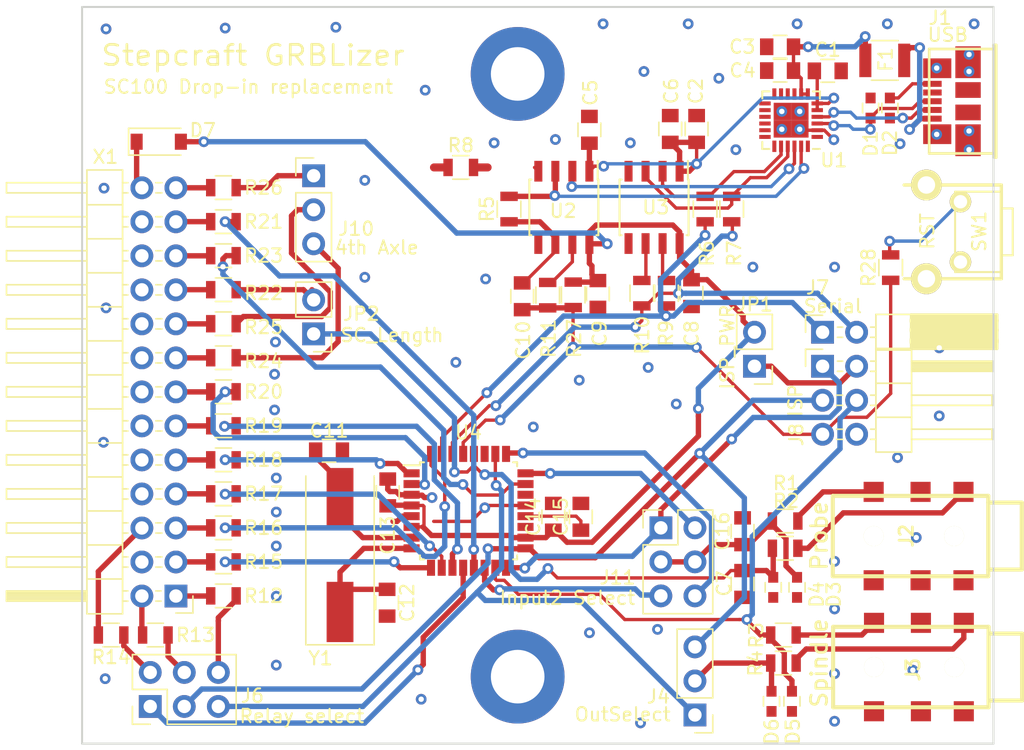
<source format=kicad_pcb>
(kicad_pcb (version 20170123) (host pcbnew "(2017-08-18 revision 28c04cbbf)-makepkg")
  (layers (0 F.Cu signal) (31 B.Cu signal) (34 B.Paste user) (35 F.Paste user) (36 B.SilkS user hide) (37 F.SilkS user) (38 B.Mask user hide) (39 F.Mask user hide) (44 Edge.Cuts user))
  (net 0 "")
  (net 1 "Net-(J1-Pad4)")
  (net 2 /SC_STEP_Z)
  (net 3 /SC_STEP_Y)
  (net 4 /SC_STEP_X)
  (net 5 /SC_DIR_X)
  (net 6 /SC_RELAY1)
  (net 7 "Net-(J3-Pad2)")
  (net 8 "Net-(F1-Pad2)")
  (net 9 GND)
  (net 10 /SC_VCC_5V)
  (net 11 /SC_REF_4)
  (net 12 /SC_REF_XYZ)
  (net 13 /SC_STOP)
  (net 14 /SC_LENGTH)
  (net 15 /SC_STEP_4)
  (net 16 /SC_DIR_4)
  (net 17 /SC_DIR_Z)
  (net 18 /SC_DIR_Y)
  (net 19 /SC_RELAY3)
  (net 20 /SC_RELAY2)
  (net 21 +5V)
  (net 22 /AVR_TX)
  (net 23 /AVR_RX)
  (net 24 "Net-(R6-Pad2)")
  (net 25 /AVR_RST)
  (net 26 "Net-(C3-Pad1)")
  (net 27 /AVR_XTAL2)
  (net 28 /AVR_XTAL1)
  (net 29 GNDD)
  (net 30 "Net-(R7-Pad2)")
  (net 31 "Net-(D2-Pad2)")
  (net 32 "Net-(R10-Pad2)")
  (net 33 /SpinDir/Cool)
  (net 34 /A5)
  (net 35 "Net-(J8-Pad2)")
  (net 36 /D3)
  (net 37 /D6)
  (net 38 /D5)
  (net 39 /D2)
  (net 40 /D7)
  (net 41 /D4)
  (net 42 /A1)
  (net 43 /A2)
  (net 44 /A3)
  (net 45 /D11_MOSI)
  (net 46 /D13_SCK)
  (net 47 /D12_MISO)
  (net 48 /D8)
  (net 49 /A4)
  (net 50 /A0)
  (net 51 /D10)
  (net 52 /D9)
  (net 53 "Net-(D1-Pad2)")
  (net 54 "Net-(R28-Pad2)")
  (net 55 "Net-(J9-Pad17)")
  (net 56 "Net-(J9-Pad15)")
  (net 57 "Net-(R5-Pad2)")
  (net 58 "Net-(C10-Pad2)")
  (net 59 "Net-(J6-Pad6)")
  (net 60 "Net-(J6-Pad2)")
  (net 61 "Net-(J6-Pad4)")
  (net 62 "Net-(R9-Pad2)")
  (net 63 "Net-(R11-Pad1)")
  (net 64 "Net-(U4-Pad22)")
  (net 65 "Net-(C15-Pad1)")
  (net 66 "Net-(U4-Pad19)")
  (net 67 "Net-(U1-Pad24)")
  (net 68 "Net-(U1-Pad22)")
  (net 69 "Net-(U1-Pad19)")
  (net 70 "Net-(U1-Pad18)")
  (net 71 "Net-(U1-Pad17)")
  (net 72 "Net-(U1-Pad16)")
  (net 73 "Net-(U1-Pad15)")
  (net 74 "Net-(U1-Pad14)")
  (net 75 "Net-(U1-Pad13)")
  (net 76 "Net-(U1-Pad12)")
  (net 77 "Net-(U1-Pad11)")
  (net 78 "Net-(U1-Pad10)")
  (net 79 "Net-(U1-Pad9)")
  (net 80 "Net-(U1-Pad1)")
  (net 81 /Input2)
  (net 82 "Net-(J10-Pad1)")
  (net 83 "Net-(J10-Pad2)")
  (net 84 "Net-(JP2-Pad2)")
  (net 85 "Net-(J10-Pad3)")
  (net 86 "Net-(J2-Pad1)")
  (net 87 "Net-(J2-Pad2)")
  (net 88 "Net-(J3-Pad1)")
  (net 89 +5VP)
  (module Housings_DFN_QFN:QFN-24-1EP_4x4mm_Pitch0.5mm (layer F.Cu) (at 192.9012 93.4728 180)
    (fp_text reference U1 (at -3.1868 -2.9964 180) (layer F.SilkS))
    (fp_text value CP2102N-A01-GQFN24)
    (pad 25 smd rect (at -0.65 -0.65 180) (size 1.3 1.3) (layers F.Cu F.Paste F.Mask) (net 9 GND))
    (pad 25 smd rect (at -0.65 0.65 180) (size 1.3 1.3) (layers F.Cu F.Paste F.Mask) (net 9 GND))
    (pad 25 smd rect (at 0.65 -0.65 180) (size 1.3 1.3) (layers F.Cu F.Paste F.Mask) (net 9 GND))
    (pad 25 smd rect (at 0.65 0.65 180) (size 1.3 1.3) (layers F.Cu F.Paste F.Mask) (net 9 GND))
    (pad 24 smd rect (at -1.25 -1.95 270) (size 0.85 0.3) (layers F.Cu F.Paste F.Mask) (net 67 "Net-(U1-Pad24)"))
    (pad 23 smd rect (at -0.75 -1.95 270) (size 0.85 0.3) (layers F.Cu F.Paste F.Mask) (net 57 "Net-(R5-Pad2)"))
    (pad 22 smd rect (at -0.25 -1.95 270) (size 0.85 0.3) (layers F.Cu F.Paste F.Mask) (net 68 "Net-(U1-Pad22)"))
    (pad 21 smd rect (at 0.25 -1.95 270) (size 0.85 0.3) (layers F.Cu F.Paste F.Mask) (net 30 "Net-(R7-Pad2)"))
    (pad 20 smd rect (at 0.75 -1.95 270) (size 0.85 0.3) (layers F.Cu F.Paste F.Mask) (net 24 "Net-(R6-Pad2)"))
    (pad 19 smd rect (at 1.25 -1.95 270) (size 0.85 0.3) (layers F.Cu F.Paste F.Mask) (net 69 "Net-(U1-Pad19)"))
    (pad 18 smd rect (at 1.95 -1.25 180) (size 0.85 0.3) (layers F.Cu F.Paste F.Mask) (net 70 "Net-(U1-Pad18)"))
    (pad 17 smd rect (at 1.95 -0.75 180) (size 0.85 0.3) (layers F.Cu F.Paste F.Mask) (net 71 "Net-(U1-Pad17)"))
    (pad 16 smd rect (at 1.95 -0.25 180) (size 0.85 0.3) (layers F.Cu F.Paste F.Mask) (net 72 "Net-(U1-Pad16)"))
    (pad 15 smd rect (at 1.95 0.25 180) (size 0.85 0.3) (layers F.Cu F.Paste F.Mask) (net 73 "Net-(U1-Pad15)"))
    (pad 14 smd rect (at 1.95 0.75 180) (size 0.85 0.3) (layers F.Cu F.Paste F.Mask) (net 74 "Net-(U1-Pad14)"))
    (pad 13 smd rect (at 1.95 1.25 180) (size 0.85 0.3) (layers F.Cu F.Paste F.Mask) (net 75 "Net-(U1-Pad13)"))
    (pad 12 smd rect (at 1.25 1.95 270) (size 0.85 0.3) (layers F.Cu F.Paste F.Mask) (net 76 "Net-(U1-Pad12)"))
    (pad 11 smd rect (at 0.75 1.95 270) (size 0.85 0.3) (layers F.Cu F.Paste F.Mask) (net 77 "Net-(U1-Pad11)"))
    (pad 10 smd rect (at 0.25 1.95 270) (size 0.85 0.3) (layers F.Cu F.Paste F.Mask) (net 78 "Net-(U1-Pad10)"))
    (pad 9 smd rect (at -0.25 1.95 270) (size 0.85 0.3) (layers F.Cu F.Paste F.Mask) (net 79 "Net-(U1-Pad9)"))
    (pad 8 smd rect (at -0.75 1.95 270) (size 0.85 0.3) (layers F.Cu F.Paste F.Mask) (net 26 "Net-(C3-Pad1)"))
    (pad 7 smd rect (at -1.25 1.95 270) (size 0.85 0.3) (layers F.Cu F.Paste F.Mask) (net 26 "Net-(C3-Pad1)"))
    (pad 6 smd rect (at -1.95 1.25 180) (size 0.85 0.3) (layers F.Cu F.Paste F.Mask) (net 89 +5VP))
    (pad 5 smd rect (at -1.95 0.75 180) (size 0.85 0.3) (layers F.Cu F.Paste F.Mask) (net 89 +5VP))
    (pad 4 smd rect (at -1.95 0.25 180) (size 0.85 0.3) (layers F.Cu F.Paste F.Mask) (net 31 "Net-(D2-Pad2)"))
    (pad 3 smd rect (at -1.95 -0.25 180) (size 0.85 0.3) (layers F.Cu F.Paste F.Mask) (net 53 "Net-(D1-Pad2)"))
    (pad 2 smd rect (at -1.95 -0.75 180) (size 0.85 0.3) (layers F.Cu F.Paste F.Mask) (net 9 GND))
    (pad 1 smd rect (at -1.95 -1.25 180) (size 0.85 0.3) (layers F.Cu F.Paste F.Mask) (net 80 "Net-(U1-Pad1)"))
  )
  (module iotta_footprints:conn_usb_B_micro_smd (layer F.Cu) (at 206.1035 92.0585 90)
    (fp_text reference J1 (at 6.22412 -2.08506 180) (layer F.SilkS))
    (fp_text value USB (at 4.95412 -1.51356 180) (layer F.SilkS))
    (pad "" smd rect (at -0.8382 0 90) (size 1.17348 1.89738) (layers F.Cu F.Paste F.Mask))
    (pad "" smd rect (at 0.8382 0 90) (size 1.17348 1.89738) (layers F.Cu F.Paste F.Mask))
    (pad 6 smd rect (at 2.91338 0 90) (size 2.3749 1.89738) (layers F.Cu F.Paste F.Mask) (net 9 GND))
    (pad 6 smd rect (at -2.91338 0 90) (size 2.3749 1.89738) (layers F.Cu F.Paste F.Mask) (net 9 GND))
    (pad 6 smd rect (at 2.46126 -2.2987 90) (size 1.4732 2.10058) (layers F.Cu F.Paste F.Mask) (net 9 GND))
    (pad 6 smd rect (at -2.46126 -2.2987 90) (size 1.4732 2.10058) (layers F.Cu F.Paste F.Mask) (net 9 GND))
    (pad 1 smd rect (at -1.30048 -2.65938 90) (size 0.44958 1.37922) (layers F.Cu F.Paste F.Mask) (net 8 "Net-(F1-Pad2)"))
    (pad 2 smd rect (at -0.65024 -2.65938 90) (size 0.44958 1.37922) (layers F.Cu F.Paste F.Mask) (net 31 "Net-(D2-Pad2)"))
    (pad 3 smd rect (at 0 -2.65938 90) (size 0.44958 1.37922) (layers F.Cu F.Paste F.Mask) (net 53 "Net-(D1-Pad2)"))
    (pad 4 smd rect (at 0.65024 -2.65938 90) (size 0.44958 1.37922) (layers F.Cu F.Paste F.Mask) (net 1 "Net-(J1-Pad4)"))
    (pad 5 smd rect (at 1.30048 -2.65938 90) (size 0.44958 1.37922) (layers F.Cu F.Paste F.Mask) (net 9 GND))
  )
  (module iotta_footprints:Stepcraft_SC100_Controller_Board (layer F.Cu) (at 208 85.02 180)
    (fp_text reference J9 hide)
    (fp_text value X1 (at 66.26236 -11.19028 180) (layer F.SilkS))
    (fp_line (start 68 0) (end 0 0) (layer Edge.Cuts) (width 0.15))
    (fp_line (start 68 -55) (end 68 0) (layer Edge.Cuts) (width 0.15))
    (fp_line (start 0 -55) (end 68 -55) (layer Edge.Cuts) (width 0.15))
    (fp_line (start 0 0) (end 0 -55) (layer Edge.Cuts) (width 0.15))
    (pad "" np_thru_hole circle (at 35.5 -5 180) (size 7 7) (drill 4) (layers *.Cu *.Mask) (clearance 1))
    (pad "" np_thru_hole circle (at 35.5 -50 180) (size 7 7) (drill 4) (layers *.Cu *.Mask) (clearance 1))
    (pad 1 thru_hole rect (at 61 -43.98 180) (size 1.7 1.7) (drill 1) (layers *.Cu *.Mask) (net 6 /SC_RELAY1))
    (pad 14 thru_hole oval (at 63.54 -43.98 180) (size 1.7 1.7) (drill 1) (layers *.Cu *.Mask) (net 20 /SC_RELAY2))
    (pad 2 thru_hole oval (at 61 -41.44 180) (size 1.7 1.7) (drill 1) (layers *.Cu *.Mask) (net 5 /SC_DIR_X))
    (pad 15 thru_hole oval (at 63.54 -41.44 180) (size 1.7 1.7) (drill 1) (layers *.Cu *.Mask) (net 56 "Net-(J9-Pad15)"))
    (pad 3 thru_hole oval (at 61 -38.9 180) (size 1.7 1.7) (drill 1) (layers *.Cu *.Mask) (net 4 /SC_STEP_X))
    (pad 16 thru_hole oval (at 63.54 -38.9 180) (size 1.7 1.7) (drill 1) (layers *.Cu *.Mask) (net 19 /SC_RELAY3))
    (pad 4 thru_hole oval (at 61 -36.36 180) (size 1.7 1.7) (drill 1) (layers *.Cu *.Mask) (net 18 /SC_DIR_Y))
    (pad 17 thru_hole oval (at 63.54 -36.36 180) (size 1.7 1.7) (drill 1) (layers *.Cu *.Mask) (net 55 "Net-(J9-Pad17)"))
    (pad 5 thru_hole oval (at 61 -33.82 180) (size 1.7 1.7) (drill 1) (layers *.Cu *.Mask) (net 3 /SC_STEP_Y))
    (pad 18 thru_hole oval (at 63.54 -33.82 180) (size 1.7 1.7) (drill 1) (layers *.Cu *.Mask) (net 29 GNDD))
    (pad 6 thru_hole oval (at 61 -31.28 180) (size 1.7 1.7) (drill 1) (layers *.Cu *.Mask) (net 17 /SC_DIR_Z))
    (pad 19 thru_hole oval (at 63.54 -31.28 180) (size 1.7 1.7) (drill 1) (layers *.Cu *.Mask) (net 29 GNDD))
    (pad 7 thru_hole oval (at 61 -28.74 180) (size 1.7 1.7) (drill 1) (layers *.Cu *.Mask) (net 2 /SC_STEP_Z))
    (pad 20 thru_hole oval (at 63.54 -28.74 180) (size 1.7 1.7) (drill 1) (layers *.Cu *.Mask) (net 29 GNDD))
    (pad 8 thru_hole oval (at 61 -26.2 180) (size 1.7 1.7) (drill 1) (layers *.Cu *.Mask) (net 16 /SC_DIR_4))
    (pad 21 thru_hole oval (at 63.54 -26.2 180) (size 1.7 1.7) (drill 1) (layers *.Cu *.Mask) (net 29 GNDD))
    (pad 9 thru_hole oval (at 61 -23.66 180) (size 1.7 1.7) (drill 1) (layers *.Cu *.Mask) (net 15 /SC_STEP_4))
    (pad 22 thru_hole oval (at 63.54 -23.66 180) (size 1.7 1.7) (drill 1) (layers *.Cu *.Mask) (net 29 GNDD))
    (pad 10 thru_hole oval (at 61 -21.12 180) (size 1.7 1.7) (drill 1) (layers *.Cu *.Mask) (net 14 /SC_LENGTH))
    (pad 23 thru_hole oval (at 63.54 -21.12 180) (size 1.7 1.7) (drill 1) (layers *.Cu *.Mask) (net 29 GNDD))
    (pad 11 thru_hole oval (at 61 -18.58 180) (size 1.7 1.7) (drill 1) (layers *.Cu *.Mask) (net 13 /SC_STOP))
    (pad 24 thru_hole oval (at 63.54 -18.58 180) (size 1.7 1.7) (drill 1) (layers *.Cu *.Mask) (net 29 GNDD))
    (pad 12 thru_hole oval (at 61 -16.04 180) (size 1.7 1.7) (drill 1) (layers *.Cu *.Mask) (net 12 /SC_REF_XYZ))
    (pad 25 thru_hole oval (at 63.54 -16.04 180) (size 1.7 1.7) (drill 1) (layers *.Cu *.Mask) (net 29 GNDD))
    (pad 13 thru_hole oval (at 61 -13.5 180) (size 1.7 1.7) (drill 1) (layers *.Cu *.Mask) (net 11 /SC_REF_4))
    (pad 26 thru_hole oval (at 63.54 -13.5 180) (size 1.7 1.7) (drill 1) (layers *.Cu *.Mask) (net 10 /SC_VCC_5V))
  )
  (module Capacitors_SMD:C_0805 (layer F.Cu) (at 189.281 124.164 90)
    (fp_text reference C16 (at 0 -1.5 90) (layer F.SilkS))
    (fp_text value 100n)
    (pad 2 smd rect (at 1 0 90) (size 1 1.25) (layers F.Cu F.Paste F.Mask) (net 29 GNDD))
    (pad 1 smd rect (at -1 0 90) (size 1 1.25) (layers F.Cu F.Paste F.Mask) (net 81 /Input2))
  )
  (module Pin_Headers:Pin_Header_Straight_1x02_Pitch2.54mm (layer F.Cu) (at 157.277 109.432 180)
    (fp_text reference JP2 (at -3.56144 1.49962 180) (layer F.SilkS))
    (fp_text value SC_Length (at -5.84744 -0.08788 180) (layer F.SilkS))
    (pad 2 thru_hole oval (at 0 2.54 180) (size 1.7 1.7) (drill 1) (layers *.Cu *.Mask) (net 84 "Net-(JP2-Pad2)"))
    (pad 1 thru_hole rect (at 0 0 180) (size 1.7 1.7) (drill 1) (layers *.Cu *.Mask) (net 34 /A5))
  )
  (module Pin_Headers:Pin_Header_Straight_1x03_Pitch2.54mm (layer F.Cu) (at 157.277 97.621)
    (fp_text reference J10 (at 3.18044 3.96138) (layer F.SilkS))
    (fp_text value "4th Axle" (at 4.70444 5.35838) (layer F.SilkS))
    (pad 3 thru_hole oval (at 0 5.08) (size 1.7 1.7) (drill 1) (layers *.Cu *.Mask) (net 85 "Net-(J10-Pad3)"))
    (pad 2 thru_hole oval (at 0 2.54) (size 1.7 1.7) (drill 1) (layers *.Cu *.Mask) (net 83 "Net-(J10-Pad2)"))
    (pad 1 thru_hole rect (at 0 0) (size 1.7 1.7) (drill 1) (layers *.Cu *.Mask) (net 82 "Net-(J10-Pad1)"))
  )
  (module Pin_Headers:Pin_Header_Straight_2x03_Pitch2.54mm (layer F.Cu) (at 183.185 123.91)
    (fp_text reference J11 (at -3.23306 3.70738) (layer F.SilkS))
    (fp_text value "Input2 Select" (at -6.97956 5.23138) (layer F.SilkS))
    (pad 6 thru_hole oval (at 2.54 5.08) (size 1.7 1.7) (drill 1) (layers *.Cu *.Mask) (net 43 /A2))
    (pad 5 thru_hole oval (at 0 5.08) (size 1.7 1.7) (drill 1) (layers *.Cu *.Mask) (net 51 /D10))
    (pad 4 thru_hole oval (at 2.54 2.54) (size 1.7 1.7) (drill 1) (layers *.Cu *.Mask) (net 81 /Input2))
    (pad 3 thru_hole oval (at 0 2.54) (size 1.7 1.7) (drill 1) (layers *.Cu *.Mask) (net 81 /Input2))
    (pad 2 thru_hole oval (at 2.54 0) (size 1.7 1.7) (drill 1) (layers *.Cu *.Mask) (net 42 /A1))
    (pad 1 thru_hole rect (at 0 0) (size 1.7 1.7) (drill 1) (layers *.Cu *.Mask) (net 47 /D12_MISO))
  )
  (module Pin_Headers:Pin_Header_Straight_2x03_Pitch2.54mm (layer F.Cu) (at 145.085 137.245 90)
    (fp_text reference J6 (at 0.80112 7.62544 180) (layer F.SilkS))
    (fp_text value "Relay select" (at -0.72288 11.30844 180) (layer F.SilkS))
    (pad 6 thru_hole oval (at 2.54 5.08 90) (size 1.7 1.7) (drill 1) (layers *.Cu *.Mask) (net 59 "Net-(J6-Pad6)"))
    (pad 5 thru_hole oval (at 0 5.08 90) (size 1.7 1.7) (drill 1) (layers *.Cu *.Mask) (net 44 /A3))
    (pad 4 thru_hole oval (at 2.54 2.54 90) (size 1.7 1.7) (drill 1) (layers *.Cu *.Mask) (net 61 "Net-(J6-Pad4)"))
    (pad 3 thru_hole oval (at 0 2.54 90) (size 1.7 1.7) (drill 1) (layers *.Cu *.Mask) (net 46 /D13_SCK))
    (pad 2 thru_hole oval (at 2.54 0 90) (size 1.7 1.7) (drill 1) (layers *.Cu *.Mask) (net 60 "Net-(J6-Pad2)"))
    (pad 1 thru_hole rect (at 0 0 90) (size 1.7 1.7) (drill 1) (layers *.Cu *.Mask) (net 48 /D8))
  )
  (module Capacitors_SMD:C_0805 (layer F.Cu) (at 189.281 128.101 270)
    (fp_text reference C7 (at -0.03912 1.39156 270) (layer F.SilkS))
    (fp_text value 100n)
    (pad 1 smd rect (at -1 0 270) (size 1 1.25) (layers F.Cu F.Paste F.Mask) (net 34 /A5))
    (pad 2 smd rect (at 1 0 270) (size 1 1.25) (layers F.Cu F.Paste F.Mask) (net 29 GNDD))
  )
  (module Capacitors_SMD:C_0805 (layer F.Cu) (at 177.216 123.0845 90)
    (fp_text reference C15 (at 0 -1.5 90) (layer F.SilkS))
    (fp_text value 100n)
    (pad 2 smd rect (at 1 0 90) (size 1 1.25) (layers F.Cu F.Paste F.Mask) (net 29 GNDD))
    (pad 1 smd rect (at -1 0 90) (size 1 1.25) (layers F.Cu F.Paste F.Mask) (net 65 "Net-(C15-Pad1)"))
  )
  (module Pin_Headers:Pin_Header_Straight_1x03_Pitch2.54mm (layer F.Cu) (at 185.725 137.88 180)
    (fp_text reference J4 (at 2.72506 1.37262 180) (layer F.SilkS))
    (fp_text value OutSelect (at 5.39206 0.03912 180) (layer F.SilkS))
    (pad 1 thru_hole rect (at 0 0 180) (size 1.7 1.7) (drill 1) (layers *.Cu *.Mask) (net 44 /A3))
    (pad 2 thru_hole oval (at 0 2.54 180) (size 1.7 1.7) (drill 1) (layers *.Cu *.Mask) (net 33 /SpinDir/Cool))
    (pad 3 thru_hole oval (at 0 5.08 180) (size 1.7 1.7) (drill 1) (layers *.Cu *.Mask) (net 46 /D13_SCK))
  )
  (module Resistors_SMD:R_0805 (layer F.Cu) (at 150.546 106.13 180)
    (fp_text reference R22 (at -3 -0.25 180) (layer F.SilkS))
    (fp_text value 100)
    (pad 1 smd rect (at -0.95 0 180) (size 0.7 1.3) (layers F.Cu F.Paste F.Mask) (net 84 "Net-(JP2-Pad2)"))
    (pad 2 smd rect (at 0.95 0 180) (size 0.7 1.3) (layers F.Cu F.Paste F.Mask) (net 14 /SC_LENGTH))
  )
  (module Resistors_SMD:R_0805 (layer F.Cu) (at 150.546 113.75 180)
    (fp_text reference R20 (at -3 0 180) (layer F.SilkS))
    (fp_text value 100)
    (pad 2 smd rect (at 0.95 0 180) (size 0.7 1.3) (layers F.Cu F.Paste F.Mask) (net 2 /SC_STEP_Z))
    (pad 1 smd rect (at -0.95 0 180) (size 0.7 1.3) (layers F.Cu F.Paste F.Mask) (net 41 /D4))
  )
  (module Resistors_SMD:R_0805 (layer F.Cu) (at 150.546 116.29 180)
    (fp_text reference R19 (at -3 0 180) (layer F.SilkS))
    (fp_text value 100)
    (pad 1 smd rect (at -0.95 0 180) (size 0.7 1.3) (layers F.Cu F.Paste F.Mask) (net 40 /D7))
    (pad 2 smd rect (at 0.95 0 180) (size 0.7 1.3) (layers F.Cu F.Paste F.Mask) (net 17 /SC_DIR_Z))
  )
  (module Resistors_SMD:R_0805 (layer F.Cu) (at 145.466 131.911 180)
    (fp_text reference R13 (at -3 0 180) (layer F.SilkS))
    (fp_text value 100)
    (pad 2 smd rect (at 0.95 0 180) (size 0.7 1.3) (layers F.Cu F.Paste F.Mask) (net 20 /SC_RELAY2))
    (pad 1 smd rect (at -0.95 0 180) (size 0.7 1.3) (layers F.Cu F.Paste F.Mask) (net 61 "Net-(J6-Pad4)"))
  )
  (module Resistors_SMD:R_0805 (layer F.Cu) (at 150.546 126.45 180)
    (fp_text reference R15 (at -3 0 180) (layer F.SilkS))
    (fp_text value 100)
    (pad 2 smd rect (at 0.95 0 180) (size 0.7 1.3) (layers F.Cu F.Paste F.Mask) (net 5 /SC_DIR_X))
    (pad 1 smd rect (at -0.95 0 180) (size 0.7 1.3) (layers F.Cu F.Paste F.Mask) (net 38 /D5))
  )
  (module Resistors_SMD:R_0805 (layer F.Cu) (at 150.546 123.91 180)
    (fp_text reference R16 (at -3 0 180) (layer F.SilkS))
    (fp_text value 100)
    (pad 1 smd rect (at -0.95 0 180) (size 0.7 1.3) (layers F.Cu F.Paste F.Mask) (net 39 /D2))
    (pad 2 smd rect (at 0.95 0 180) (size 0.7 1.3) (layers F.Cu F.Paste F.Mask) (net 4 /SC_STEP_X))
  )
  (module Resistors_SMD:R_0805 (layer F.Cu) (at 150.546 101.05 180)
    (fp_text reference R21 (at -3 0 180) (layer F.SilkS))
    (fp_text value 100)
    (pad 1 smd rect (at -0.95 0 180) (size 0.7 1.3) (layers F.Cu F.Paste F.Mask) (net 52 /D9))
    (pad 2 smd rect (at 0.95 0 180) (size 0.7 1.3) (layers F.Cu F.Paste F.Mask) (net 12 /SC_REF_XYZ))
  )
  (module Resistors_SMD:R_0805 (layer F.Cu) (at 150.546 103.59 180)
    (fp_text reference R23 (at -3 0 180) (layer F.SilkS))
    (fp_text value 100)
    (pad 2 smd rect (at 0.95 0 180) (size 0.7 1.3) (layers F.Cu F.Paste F.Mask) (net 13 /SC_STOP))
    (pad 1 smd rect (at -0.95 0 180) (size 0.7 1.3) (layers F.Cu F.Paste F.Mask) (net 50 /A0))
  )
  (module Resistors_SMD:R_0805 (layer F.Cu) (at 150.546 111.21 180)
    (fp_text reference R24 (at -3 -0.25 180) (layer F.SilkS))
    (fp_text value 100)
    (pad 1 smd rect (at -0.95 0 180) (size 0.7 1.3) (layers F.Cu F.Paste F.Mask) (net 85 "Net-(J10-Pad3)"))
    (pad 2 smd rect (at 0.95 0 180) (size 0.7 1.3) (layers F.Cu F.Paste F.Mask) (net 16 /SC_DIR_4))
  )
  (module Resistors_SMD:R_0805 (layer F.Cu) (at 150.546 108.67 180)
    (fp_text reference R25 (at -3 -0.25 180) (layer F.SilkS))
    (fp_text value 100)
    (pad 2 smd rect (at 0.95 0 180) (size 0.7 1.3) (layers F.Cu F.Paste F.Mask) (net 15 /SC_STEP_4))
    (pad 1 smd rect (at -0.95 0 180) (size 0.7 1.3) (layers F.Cu F.Paste F.Mask) (net 83 "Net-(J10-Pad2)"))
  )
  (module Resistors_SMD:R_0805 (layer F.Cu) (at 150.546 98.51 180)
    (fp_text reference R26 (at -3 0 180) (layer F.SilkS))
    (fp_text value 100)
    (pad 1 smd rect (at -0.95 0 180) (size 0.7 1.3) (layers F.Cu F.Paste F.Mask) (net 82 "Net-(J10-Pad1)"))
    (pad 2 smd rect (at 0.95 0 180) (size 0.7 1.3) (layers F.Cu F.Paste F.Mask) (net 11 /SC_REF_4))
  )
  (module Resistors_SMD:R_0805 (layer F.Cu) (at 142.164 131.911 180)
    (fp_text reference R14 (at 0 -1.65 180) (layer F.SilkS))
    (fp_text value 100)
    (pad 1 smd rect (at -0.95 0 180) (size 0.7 1.3) (layers F.Cu F.Paste F.Mask) (net 60 "Net-(J6-Pad2)"))
    (pad 2 smd rect (at 0.95 0 180) (size 0.7 1.3) (layers F.Cu F.Paste F.Mask) (net 19 /SC_RELAY3))
  )
  (module Resistors_SMD:R_0805 (layer F.Cu) (at 150.546 121.37 180)
    (fp_text reference R17 (at -3 0 180) (layer F.SilkS))
    (fp_text value 100)
    (pad 2 smd rect (at 0.95 0 180) (size 0.7 1.3) (layers F.Cu F.Paste F.Mask) (net 18 /SC_DIR_Y))
    (pad 1 smd rect (at -0.95 0 180) (size 0.7 1.3) (layers F.Cu F.Paste F.Mask) (net 37 /D6))
  )
  (module Resistors_SMD:R_0805 (layer F.Cu) (at 150.546 118.83 180)
    (fp_text reference R18 (at -3 0 180) (layer F.SilkS))
    (fp_text value 100)
    (pad 1 smd rect (at -0.95 0 180) (size 0.7 1.3) (layers F.Cu F.Paste F.Mask) (net 36 /D3))
    (pad 2 smd rect (at 0.95 0 180) (size 0.7 1.3) (layers F.Cu F.Paste F.Mask) (net 3 /SC_STEP_Y))
  )
  (module Resistors_SMD:R_0805 (layer F.Cu) (at 150.546 128.99 180)
    (fp_text reference R12 (at -3 0 180) (layer F.SilkS))
    (fp_text value 100)
    (pad 2 smd rect (at 0.95 0 180) (size 0.7 1.3) (layers F.Cu F.Paste F.Mask) (net 6 /SC_RELAY1))
    (pad 1 smd rect (at -0.95 0 180) (size 0.7 1.3) (layers F.Cu F.Paste F.Mask) (net 59 "Net-(J6-Pad6)"))
  )
  (module Pin_Headers:Pin_Header_Angled_2x01_Pitch2.54mm (layer F.Cu) (at 195.25 109.305)
    (fp_text reference J7 (at -0.37556 -3.34112) (layer F.SilkS))
    (fp_text value Serial (at 0.76744 -1.94412) (layer F.SilkS))
    (pad 1 thru_hole rect (at 0 0) (size 1.7 1.7) (drill 1) (layers *.Cu *.Mask) (net 22 /AVR_TX))
    (pad 2 thru_hole oval (at 2.54 0) (size 1.7 1.7) (drill 1) (layers *.Cu *.Mask) (net 23 /AVR_RX))
  )
  (module Capacitors_SMD:C_0603 (layer F.Cu) (at 192.964 136.864 270)
    (fp_text reference D5 (at 2.24688 -0.06894 270) (layer F.SilkS))
    (fp_text value D_TVS)
    (pad 2 smd rect (at 0.75 0 270) (size 0.8 0.75) (layers F.Cu F.Paste F.Mask) (net 29 GNDD))
    (pad 1 smd rect (at -0.75 0 270) (size 0.8 0.75) (layers F.Cu F.Paste F.Mask) (net 45 /D11_MOSI))
  )
  (module Capacitors_SMD:C_0603 (layer F.Cu) (at 191.567 128.355 270)
    (fp_text reference D4 (at 0.53238 -3.24394 270) (layer F.SilkS))
    (fp_text value D_TVS)
    (pad 1 smd rect (at -0.75 0 270) (size 0.8 0.75) (layers F.Cu F.Paste F.Mask) (net 34 /A5))
    (pad 2 smd rect (at 0.75 0 270) (size 0.8 0.75) (layers F.Cu F.Paste F.Mask) (net 29 GNDD))
  )
  (module Capacitors_SMD:C_0603 (layer F.Cu) (at 193.345 128.355 270)
    (fp_text reference D3 (at 0.53238 -2.73594 270) (layer F.SilkS))
    (fp_text value D_TVS)
    (pad 2 smd rect (at 0.75 0 270) (size 0.8 0.75) (layers F.Cu F.Paste F.Mask) (net 29 GNDD))
    (pad 1 smd rect (at -0.75 0 270) (size 0.8 0.75) (layers F.Cu F.Paste F.Mask) (net 81 /Input2))
  )
  (module Capacitors_SMD:C_0603 (layer F.Cu) (at 200.27194 92.56538 270)
    (fp_text reference D2 (at 2.60842 -0.00706 270) (layer F.SilkS))
    (fp_text value D_TVS)
    (pad 1 smd rect (at -0.75 0 270) (size 0.8 0.75) (layers F.Cu F.Paste F.Mask) (net 9 GND))
    (pad 2 smd rect (at 0.75 0 270) (size 0.8 0.75) (layers F.Cu F.Paste F.Mask) (net 31 "Net-(D2-Pad2)"))
  )
  (module Capacitors_SMD:C_0603 (layer F.Cu) (at 198.8314 92.56538 270)
    (fp_text reference D1 (at 2.65922 0.0002 270) (layer F.SilkS))
    (fp_text value D_TVS)
    (pad 2 smd rect (at 0.75 0 270) (size 0.8 0.75) (layers F.Cu F.Paste F.Mask) (net 53 "Net-(D1-Pad2)"))
    (pad 1 smd rect (at -0.75 0 270) (size 0.8 0.75) (layers F.Cu F.Paste F.Mask) (net 9 GND))
  )
  (module Capacitors_SMD:C_0603 (layer F.Cu) (at 191.44 136.864 270)
    (fp_text reference D6 (at 2.24688 -0.00544 270) (layer F.SilkS))
    (fp_text value D_TVS)
    (pad 1 smd rect (at -0.75 0 270) (size 0.8 0.75) (layers F.Cu F.Paste F.Mask) (net 33 /SpinDir/Cool))
    (pad 2 smd rect (at 0.75 0 270) (size 0.8 0.75) (layers F.Cu F.Paste F.Mask) (net 29 GNDD))
  )
  (module Resistors_SMD:R_0805 (layer F.Cu) (at 192.329 134.0065 180)
    (fp_text reference R4 (at 2.09006 -0.02438 270) (layer F.SilkS))
    (fp_text value 100)
    (pad 2 smd rect (at 0.95 0 180) (size 0.7 1.3) (layers F.Cu F.Paste F.Mask) (net 33 /SpinDir/Cool))
    (pad 1 smd rect (at -0.95 0 180) (size 0.7 1.3) (layers F.Cu F.Paste F.Mask) (net 88 "Net-(J3-Pad1)"))
  )
  (module Resistors_SMD:R_0805 (layer F.Cu) (at 192.329 131.911 180)
    (fp_text reference R3 (at 2.02656 -0.02438 90) (layer F.SilkS))
    (fp_text value 100)
    (pad 1 smd rect (at -0.95 0 180) (size 0.7 1.3) (layers F.Cu F.Paste F.Mask) (net 7 "Net-(J3-Pad2)"))
    (pad 2 smd rect (at 0.95 0 180) (size 0.7 1.3) (layers F.Cu F.Paste F.Mask) (net 45 /D11_MOSI))
  )
  (module Resistors_SMD:R_0805 (layer F.Cu) (at 192.456 125.434 180)
    (fp_text reference R2 (at -0.06894 3.53162 180) (layer F.SilkS))
    (fp_text value 100)
    (pad 2 smd rect (at 0.95 0 180) (size 0.7 1.3) (layers F.Cu F.Paste F.Mask) (net 34 /A5))
    (pad 1 smd rect (at -0.95 0 180) (size 0.7 1.3) (layers F.Cu F.Paste F.Mask) (net 86 "Net-(J2-Pad1)"))
  )
  (module Resistors_SMD:R_0805 (layer F.Cu) (at 192.456 123.402 180)
    (fp_text reference R1 (at -0.06894 2.83312 180) (layer F.SilkS))
    (fp_text value 100)
    (pad 1 smd rect (at -0.95 0 180) (size 0.7 1.3) (layers F.Cu F.Paste F.Mask) (net 87 "Net-(J2-Pad2)"))
    (pad 2 smd rect (at 0.95 0 180) (size 0.7 1.3) (layers F.Cu F.Paste F.Mask) (net 81 /Input2))
  )
  (module Resistors_SMD:R_0805 (layer F.Cu) (at 174.7395 106.5364 270)
    (fp_text reference R11 (at 3.23748 -0.06894 270) (layer F.SilkS))
    (fp_text value 100)
    (pad 2 smd rect (at 0.95 0 270) (size 0.7 1.3) (layers F.Cu F.Paste F.Mask) (net 25 /AVR_RST))
    (pad 1 smd rect (at -0.95 0 270) (size 0.7 1.3) (layers F.Cu F.Paste F.Mask) (net 63 "Net-(R11-Pad1)"))
  )
  (module Capacitors_SMD:C_0805 (layer F.Cu) (at 185.471 106.384 270)
    (fp_text reference C8 (at 3.00888 -0.00544 270) (layer F.SilkS))
    (fp_text value 100n)
    (pad 1 smd rect (at -1 0 270) (size 1 1.25) (layers F.Cu F.Paste F.Mask) (net 21 +5V))
    (pad 2 smd rect (at 1 0 270) (size 1 1.25) (layers F.Cu F.Paste F.Mask) (net 29 GNDD))
  )
  (module Capacitors_SMD:C_0805 (layer F.Cu) (at 177.851 94.192 90)
    (fp_text reference C5 (at 2.76962 0.06894 90) (layer F.SilkS))
    (fp_text value 100n)
    (pad 2 smd rect (at 1 0 90) (size 1 1.25) (layers F.Cu F.Paste F.Mask) (net 9 GND))
    (pad 1 smd rect (at -1 0 90) (size 1 1.25) (layers F.Cu F.Paste F.Mask) (net 89 +5VP))
  )
  (module Capacitors_SMD:C_0805 (layer F.Cu) (at 178.486 106.4475 270)
    (fp_text reference C9 (at 2.94538 -0.13244 270) (layer F.SilkS))
    (fp_text value 100n)
    (pad 1 smd rect (at -1 0 270) (size 1 1.25) (layers F.Cu F.Paste F.Mask) (net 21 +5V))
    (pad 2 smd rect (at 1 0 270) (size 1 1.25) (layers F.Cu F.Paste F.Mask) (net 29 GNDD))
  )
  (module Capacitors_SMD:C_0805 (layer F.Cu) (at 183.8835 94.1285 90)
    (fp_text reference C6 (at 2.83312 0.06894 90) (layer F.SilkS))
    (fp_text value 100n)
    (pad 2 smd rect (at 1 0 90) (size 1 1.25) (layers F.Cu F.Paste F.Mask) (net 9 GND))
    (pad 1 smd rect (at -1 0 90) (size 1 1.25) (layers F.Cu F.Paste F.Mask) (net 89 +5VP))
  )
  (module Housings_SOIC:SOIC-8_3.9x4.9mm_Pitch1.27mm (layer F.Cu) (at 175.946 99.9832 270)
    (fp_text reference U2 (at 0.26568 0.05806) (layer F.SilkS))
    (fp_text value ADuM1201BR)
    (pad 8 smd rect (at 2.7 -1.905 270) (size 1.55 0.6) (layers F.Cu F.Paste F.Mask) (net 21 +5V))
    (pad 7 smd rect (at 2.7 -0.635 270) (size 1.55 0.6) (layers F.Cu F.Paste F.Mask) (net 63 "Net-(R11-Pad1)"))
    (pad 6 smd rect (at 2.7 0.635 270) (size 1.55 0.6) (layers F.Cu F.Paste F.Mask) (net 58 "Net-(C10-Pad2)"))
    (pad 5 smd rect (at 2.7 1.905 270) (size 1.55 0.6) (layers F.Cu F.Paste F.Mask) (net 29 GNDD))
    (pad 4 smd rect (at -2.7 1.905 270) (size 1.55 0.6) (layers F.Cu F.Paste F.Mask) (net 9 GND))
    (pad 3 smd rect (at -2.7 0.635 270) (size 1.55 0.6) (layers F.Cu F.Paste F.Mask) (net 57 "Net-(R5-Pad2)"))
    (pad 2 smd rect (at -2.7 -0.635 270) (size 1.55 0.6) (layers F.Cu F.Paste F.Mask) (net 68 "Net-(U1-Pad22)"))
    (pad 1 smd rect (at -2.7 -1.905 270) (size 1.55 0.6) (layers F.Cu F.Paste F.Mask) (net 89 +5VP))
  )
  (module Resistors_SMD:R_0805 (layer F.Cu) (at 168.25644 97.00088)
    (fp_text reference R8 (at 0 -1.65) (layer F.SilkS))
    (fp_text value "0 (DNP)")
    (pad 1 smd rect (at -0.95 0) (size 0.7 1.3) (layers F.Cu F.Paste F.Mask) (net 29 GNDD))
    (pad 2 smd rect (at 0.95 0) (size 0.7 1.3) (layers F.Cu F.Paste F.Mask) (net 9 GND))
  )
  (module Resistors_SMD:R_0805 (layer F.Cu) (at 171.8566 100.1102 90)
    (fp_text reference R5 (at 0 -1.65 90) (layer F.SilkS))
    (fp_text value "0 (DNP)")
    (pad 2 smd rect (at 0.95 0 90) (size 0.7 1.3) (layers F.Cu F.Paste F.Mask) (net 57 "Net-(R5-Pad2)"))
    (pad 1 smd rect (at -0.95 0 90) (size 0.7 1.3) (layers F.Cu F.Paste F.Mask) (net 58 "Net-(C10-Pad2)"))
  )
  (module Capacitors_SMD:C_0805 (layer F.Cu) (at 195.63644 89.789)
    (fp_text reference C1 (at -0.00564 -1.5748) (layer F.SilkS))
    (fp_text value 1u)
    (pad 2 smd rect (at 1 0) (size 1 1.25) (layers F.Cu F.Paste F.Mask) (net 9 GND))
    (pad 1 smd rect (at -1 0) (size 1 1.25) (layers F.Cu F.Paste F.Mask) (net 89 +5VP))
  )
  (module Pin_Headers:Pin_Header_Straight_1x02_Pitch2.54mm (layer F.Cu) (at 190.17 111.845 180)
    (fp_text reference JP1 (at -0.00544 4.61112 180) (layer F.SilkS))
    (fp_text value ISP_PWR (at 2.02656 1.43612 270) (layer F.SilkS))
    (pad 2 thru_hole oval (at 0 2.54 180) (size 1.7 1.7) (drill 1) (layers *.Cu *.Mask) (net 21 +5V))
    (pad 1 thru_hole rect (at 0 0 180) (size 1.7 1.7) (drill 1) (layers *.Cu *.Mask) (net 35 "Net-(J8-Pad2)"))
  )
  (module Capacitors_SMD:C_0805 (layer F.Cu) (at 158.42544 118.15588)
    (fp_text reference C11 (at 0 -1.5) (layer F.SilkS))
    (fp_text value 100n)
    (pad 1 smd rect (at -1 0) (size 1 1.25) (layers F.Cu F.Paste F.Mask) (net 28 /AVR_XTAL1))
    (pad 2 smd rect (at 1 0) (size 1 1.25) (layers F.Cu F.Paste F.Mask) (net 29 GNDD))
  )
  (module Capacitors_SMD:C_0805 (layer F.Cu) (at 162.75644 129.50088 270)
    (fp_text reference C12 (at 0 -1.5 270) (layer F.SilkS))
    (fp_text value 100n)
    (pad 2 smd rect (at 1 0 270) (size 1 1.25) (layers F.Cu F.Paste F.Mask) (net 29 GNDD))
    (pad 1 smd rect (at -1 0 270) (size 1 1.25) (layers F.Cu F.Paste F.Mask) (net 27 /AVR_XTAL2))
  )
  (module Crystals:Crystal_SMD_HC49-SD (layer F.Cu) (at 159.2455 125.942 90)
    (fp_text reference Y1 (at -7.70788 -1.45506 180) (layer F.SilkS))
    (fp_text value Crystal)
    (pad 2 smd rect (at 4.25 0 90) (size 4.5 2) (layers F.Cu F.Paste F.Mask) (net 28 /AVR_XTAL1))
    (pad 1 smd rect (at -4.25 0 90) (size 4.5 2) (layers F.Cu F.Paste F.Mask) (net 27 /AVR_XTAL2))
  )
  (module Capacitors_SMD:C_0805 (layer F.Cu) (at 185.852 94.1285 90)
    (fp_text reference C2 (at 2.83312 -0.05806 90) (layer F.SilkS))
    (fp_text value 100n)
    (pad 2 smd rect (at 1 0 90) (size 1 1.25) (layers F.Cu F.Paste F.Mask) (net 9 GND))
    (pad 1 smd rect (at -1 0 90) (size 1 1.25) (layers F.Cu F.Paste F.Mask) (net 89 +5VP))
  )
  (module Capacitors_SMD:C_0805 (layer F.Cu) (at 192.08044 87.99338 180)
    (fp_text reference C3 (at 2.82504 0.00778 180) (layer F.SilkS))
    (fp_text value 100n)
    (pad 1 smd rect (at -1 0 180) (size 1 1.25) (layers F.Cu F.Paste F.Mask) (net 26 "Net-(C3-Pad1)"))
    (pad 2 smd rect (at 1 0 180) (size 1 1.25) (layers F.Cu F.Paste F.Mask) (net 9 GND))
  )
  (module Capacitors_SMD:C_0805 (layer F.Cu) (at 192.08044 89.77138 180)
    (fp_text reference C4 (at 2.79964 0.00778 180) (layer F.SilkS))
    (fp_text value 1u)
    (pad 2 smd rect (at 1 0 180) (size 1 1.25) (layers F.Cu F.Paste F.Mask) (net 9 GND))
    (pad 1 smd rect (at -1 0 180) (size 1 1.25) (layers F.Cu F.Paste F.Mask) (net 26 "Net-(C3-Pad1)"))
  )
  (module Capacitors_SMD:C_0805 (layer F.Cu) (at 172.8345 106.622 90)
    (fp_text reference C10 (at -3.27888 0.06894 90) (layer F.SilkS))
    (fp_text value 100n)
    (pad 2 smd rect (at 1 0 90) (size 1 1.25) (layers F.Cu F.Paste F.Mask) (net 58 "Net-(C10-Pad2)"))
    (pad 1 smd rect (at -1 0 90) (size 1 1.25) (layers F.Cu F.Paste F.Mask) (net 25 /AVR_RST))
  )
  (module Resistors_SMD:R_0805 (layer F.Cu) (at 176.6445 106.511 90)
    (fp_text reference R27 (at -3.26288 0.06894 90) (layer F.SilkS))
    (fp_text value 10k)
    (pad 1 smd rect (at -0.95 0 90) (size 0.7 1.3) (layers F.Cu F.Paste F.Mask) (net 25 /AVR_RST))
    (pad 2 smd rect (at 0.95 0 90) (size 0.7 1.3) (layers F.Cu F.Paste F.Mask) (net 21 +5V))
  )
  (module Resistors_SMD:R_0805 (layer F.Cu) (at 200.33 104.479 90)
    (fp_text reference R28 (at 0 -1.65 90) (layer F.SilkS))
    (fp_text value 300)
    (pad 2 smd rect (at 0.95 0 90) (size 0.7 1.3) (layers F.Cu F.Paste F.Mask) (net 54 "Net-(R28-Pad2)"))
    (pad 1 smd rect (at -0.95 0 90) (size 0.7 1.3) (layers F.Cu F.Paste F.Mask) (net 25 /AVR_RST))
  )
  (module Resistors_SMD:R_0805 (layer F.Cu) (at 186.487 100.1102 90)
    (fp_text reference R6 (at -3.31368 0.13244 90) (layer F.SilkS))
    (fp_text value "100 (DNP)")
    (pad 1 smd rect (at -0.95 0 90) (size 0.7 1.3) (layers F.Cu F.Paste F.Mask) (net 22 /AVR_TX))
    (pad 2 smd rect (at 0.95 0 90) (size 0.7 1.3) (layers F.Cu F.Paste F.Mask) (net 24 "Net-(R6-Pad2)"))
  )
  (module Resistors_SMD:R_0805 (layer F.Cu) (at 188.4682 100.1102 90)
    (fp_text reference R7 (at -3.31368 0.18324 90) (layer F.SilkS))
    (fp_text value "100 (DNP)")
    (pad 2 smd rect (at 0.95 0 90) (size 0.7 1.3) (layers F.Cu F.Paste F.Mask) (net 30 "Net-(R7-Pad2)"))
    (pad 1 smd rect (at -0.95 0 90) (size 0.7 1.3) (layers F.Cu F.Paste F.Mask) (net 23 /AVR_RX))
  )
  (module Resistors_SMD:R_0805 (layer F.Cu) (at 183.6042 106.3915 90)
    (fp_text reference R9 (at -3.00138 -0.03276 90) (layer F.SilkS))
    (fp_text value 100)
    (pad 1 smd rect (at -0.95 0 90) (size 0.7 1.3) (layers F.Cu F.Paste F.Mask) (net 22 /AVR_TX))
    (pad 2 smd rect (at 0.95 0 90) (size 0.7 1.3) (layers F.Cu F.Paste F.Mask) (net 62 "Net-(R9-Pad2)"))
  )
  (module Resistors_SMD:R_0805 (layer F.Cu) (at 181.7627 106.389 90)
    (fp_text reference R10 (at -3.13088 0.03074 90) (layer F.SilkS))
    (fp_text value 100)
    (pad 2 smd rect (at 0.95 0 90) (size 0.7 1.3) (layers F.Cu F.Paste F.Mask) (net 32 "Net-(R10-Pad2)"))
    (pad 1 smd rect (at -0.95 0 90) (size 0.7 1.3) (layers F.Cu F.Paste F.Mask) (net 23 /AVR_RX))
  )
  (module Resistors_SMD:R_1210 (layer F.Cu) (at 199.89094 89.00938)
    (fp_text reference F1 (at 0.0635 -0.0635 90) (layer F.SilkS))
    (fp_text value Polyfuse_Small)
    (pad 2 smd rect (at 1.45 0) (size 0.9 2.5) (layers F.Cu F.Paste F.Mask) (net 8 "Net-(F1-Pad2)"))
    (pad 1 smd rect (at -1.45 0) (size 0.9 2.5) (layers F.Cu F.Paste F.Mask) (net 26 "Net-(C3-Pad1)"))
  )
  (module Capacitors_SMD:C_0805 (layer F.Cu) (at 162.80694 121.26738 90)
    (fp_text reference C13 (at -3.19938 0.00544 90) (layer F.SilkS))
    (fp_text value 100n)
    (pad 1 smd rect (at -1 0 90) (size 1 1.25) (layers F.Cu F.Paste F.Mask) (net 21 +5V))
    (pad 2 smd rect (at 1 0 90) (size 1 1.25) (layers F.Cu F.Paste F.Mask) (net 29 GNDD))
  )
  (module Capacitors_SMD:C_0805 (layer F.Cu) (at 175.1586 123.0845 90)
    (fp_text reference C14 (at 0 -1.5 90) (layer F.SilkS))
    (fp_text value 100n)
    (pad 2 smd rect (at 1 0 90) (size 1 1.25) (layers F.Cu F.Paste F.Mask) (net 29 GNDD))
    (pad 1 smd rect (at -1 0 90) (size 1 1.25) (layers F.Cu F.Paste F.Mask) (net 21 +5V))
  )
  (module Diodes_SMD:D_SOD-123 (layer F.Cu) (at 145.72 95.081)
    (fp_text reference D7 (at 3.28204 -0.85192) (layer F.SilkS))
    (fp_text value SCHOTTKY)
    (pad 2 smd rect (at 1.65 0) (size 0.9 1.2) (layers F.Cu F.Paste F.Mask) (net 21 +5V))
    (pad 1 smd rect (at -1.65 0) (size 0.9 1.2) (layers F.Cu F.Paste F.Mask) (net 10 /SC_VCC_5V))
  )
  (module Housings_QFP:LQFP-32_7x7mm_Pitch0.8mm (layer F.Cu) (at 168.834 122.64)
    (fp_text reference U4 (at 0 -5.85) (layer F.SilkS))
    (fp_text value ATMEGA328P-AU)
    (pad 32 smd rect (at -2.8 -4.25 90) (size 1.2 0.6) (layers F.Cu F.Paste F.Mask) (net 39 /D2))
    (pad 31 smd rect (at -2 -4.25 90) (size 1.2 0.6) (layers F.Cu F.Paste F.Mask) (net 22 /AVR_TX))
    (pad 30 smd rect (at -1.2 -4.25 90) (size 1.2 0.6) (layers F.Cu F.Paste F.Mask) (net 23 /AVR_RX))
    (pad 29 smd rect (at -0.4 -4.25 90) (size 1.2 0.6) (layers F.Cu F.Paste F.Mask) (net 25 /AVR_RST))
    (pad 28 smd rect (at 0.4 -4.25 90) (size 1.2 0.6) (layers F.Cu F.Paste F.Mask) (net 34 /A5))
    (pad 27 smd rect (at 1.2 -4.25 90) (size 1.2 0.6) (layers F.Cu F.Paste F.Mask) (net 49 /A4))
    (pad 26 smd rect (at 2 -4.25 90) (size 1.2 0.6) (layers F.Cu F.Paste F.Mask) (net 44 /A3))
    (pad 25 smd rect (at 2.8 -4.25 90) (size 1.2 0.6) (layers F.Cu F.Paste F.Mask) (net 43 /A2))
    (pad 24 smd rect (at 4.25 -2.8) (size 1.2 0.6) (layers F.Cu F.Paste F.Mask) (net 42 /A1))
    (pad 23 smd rect (at 4.25 -2) (size 1.2 0.6) (layers F.Cu F.Paste F.Mask) (net 50 /A0))
    (pad 22 smd rect (at 4.25 -1.2) (size 1.2 0.6) (layers F.Cu F.Paste F.Mask) (net 64 "Net-(U4-Pad22)"))
    (pad 21 smd rect (at 4.25 -0.4) (size 1.2 0.6) (layers F.Cu F.Paste F.Mask) (net 29 GNDD))
    (pad 20 smd rect (at 4.25 0.4) (size 1.2 0.6) (layers F.Cu F.Paste F.Mask) (net 65 "Net-(C15-Pad1)"))
    (pad 19 smd rect (at 4.25 1.2) (size 1.2 0.6) (layers F.Cu F.Paste F.Mask) (net 66 "Net-(U4-Pad19)"))
    (pad 18 smd rect (at 4.25 2) (size 1.2 0.6) (layers F.Cu F.Paste F.Mask) (net 21 +5V))
    (pad 17 smd rect (at 4.25 2.8) (size 1.2 0.6) (layers F.Cu F.Paste F.Mask) (net 46 /D13_SCK))
    (pad 16 smd rect (at 2.8 4.25 90) (size 1.2 0.6) (layers F.Cu F.Paste F.Mask) (net 47 /D12_MISO))
    (pad 15 smd rect (at 2 4.25 90) (size 1.2 0.6) (layers F.Cu F.Paste F.Mask) (net 45 /D11_MOSI))
    (pad 14 smd rect (at 1.2 4.25 90) (size 1.2 0.6) (layers F.Cu F.Paste F.Mask) (net 51 /D10))
    (pad 13 smd rect (at 0.4 4.25 90) (size 1.2 0.6) (layers F.Cu F.Paste F.Mask) (net 52 /D9))
    (pad 12 smd rect (at -0.4 4.25 90) (size 1.2 0.6) (layers F.Cu F.Paste F.Mask) (net 48 /D8))
    (pad 11 smd rect (at -1.2 4.25 90) (size 1.2 0.6) (layers F.Cu F.Paste F.Mask) (net 40 /D7))
    (pad 10 smd rect (at -2 4.25 90) (size 1.2 0.6) (layers F.Cu F.Paste F.Mask) (net 37 /D6))
    (pad 9 smd rect (at -2.8 4.25 90) (size 1.2 0.6) (layers F.Cu F.Paste F.Mask) (net 38 /D5))
    (pad 8 smd rect (at -4.25 2.8) (size 1.2 0.6) (layers F.Cu F.Paste F.Mask) (net 27 /AVR_XTAL2))
    (pad 7 smd rect (at -4.25 2) (size 1.2 0.6) (layers F.Cu F.Paste F.Mask) (net 28 /AVR_XTAL1))
    (pad 6 smd rect (at -4.25 1.2) (size 1.2 0.6) (layers F.Cu F.Paste F.Mask) (net 21 +5V))
    (pad 5 smd rect (at -4.25 0.4) (size 1.2 0.6) (layers F.Cu F.Paste F.Mask) (net 29 GNDD))
    (pad 4 smd rect (at -4.25 -0.4) (size 1.2 0.6) (layers F.Cu F.Paste F.Mask) (net 21 +5V))
    (pad 3 smd rect (at -4.25 -1.2) (size 1.2 0.6) (layers F.Cu F.Paste F.Mask) (net 29 GNDD))
    (pad 2 smd rect (at -4.25 -2) (size 1.2 0.6) (layers F.Cu F.Paste F.Mask) (net 41 /D4))
    (pad 1 smd rect (at -4.25 -2.8) (size 1.2 0.6) (layers F.Cu F.Paste F.Mask) (net 36 /D3))
  )
  (module Housings_SOIC:SOIC-8_3.9x4.9mm_Pitch1.27mm (layer F.Cu) (at 182.677 99.9832 270)
    (fp_text reference U3 (at 0 -0.13244) (layer F.SilkS))
    (fp_text value ADuM1201BR)
    (pad 8 smd rect (at 2.7 -1.905 270) (size 1.55 0.6) (layers F.Cu F.Paste F.Mask) (net 21 +5V))
    (pad 7 smd rect (at 2.7 -0.635 270) (size 1.55 0.6) (layers F.Cu F.Paste F.Mask) (net 62 "Net-(R9-Pad2)"))
    (pad 6 smd rect (at 2.7 0.635 270) (size 1.55 0.6) (layers F.Cu F.Paste F.Mask) (net 32 "Net-(R10-Pad2)"))
    (pad 5 smd rect (at 2.7 1.905 270) (size 1.55 0.6) (layers F.Cu F.Paste F.Mask) (net 29 GNDD))
    (pad 4 smd rect (at -2.7 1.905 270) (size 1.55 0.6) (layers F.Cu F.Paste F.Mask) (net 9 GND))
    (pad 3 smd rect (at -2.7 0.635 270) (size 1.55 0.6) (layers F.Cu F.Paste F.Mask) (net 30 "Net-(R7-Pad2)"))
    (pad 2 smd rect (at -2.7 -0.635 270) (size 1.55 0.6) (layers F.Cu F.Paste F.Mask) (net 24 "Net-(R6-Pad2)"))
    (pad 1 smd rect (at -2.7 -1.905 270) (size 1.55 0.6) (layers F.Cu F.Paste F.Mask) (net 89 +5VP))
  )
  (module Pin_Headers:Pin_Header_Angled_2x03_Pitch2.54mm (layer F.Cu) (at 195.25 111.845)
    (fp_text reference J8 (at -1.96306 5.10438 90) (layer F.SilkS))
    (fp_text value ISP (at -2.02656 2.56438 90) (layer F.SilkS))
    (pad 6 thru_hole oval (at 2.54 5.08) (size 1.7 1.7) (drill 1) (layers *.Cu *.Mask) (net 29 GNDD))
    (pad 5 thru_hole oval (at 0 5.08) (size 1.7 1.7) (drill 1) (layers *.Cu *.Mask) (net 25 /AVR_RST))
    (pad 4 thru_hole oval (at 2.54 2.54) (size 1.7 1.7) (drill 1) (layers *.Cu *.Mask) (net 45 /D11_MOSI))
    (pad 3 thru_hole oval (at 0 2.54) (size 1.7 1.7) (drill 1) (layers *.Cu *.Mask) (net 46 /D13_SCK))
    (pad 2 thru_hole oval (at 2.54 0) (size 1.7 1.7) (drill 1) (layers *.Cu *.Mask) (net 35 "Net-(J8-Pad2)"))
    (pad 1 thru_hole rect (at 0 0) (size 1.7 1.7) (drill 1) (layers *.Cu *.Mask) (net 47 /D12_MISO))
  )
  (module iotta_footprints:TACTILE_SWITCH_VERTICAL_6MM (layer F.Cu) (at 205.537 101.812 90)
    (fp_text reference SW1 (at 0.03912 1.40244 90) (layer F.SilkS))
    (fp_text value RST (at 0.03912 -2.47106 90) (layer F.SilkS))
    (pad SH thru_hole circle (at -3.5 -2.54 90) (size 2.3 2.3) (drill 1.3) (layers *.Cu *.Mask F.SilkS) (net 29 GNDD))
    (pad SH thru_hole circle (at 3.5 -2.54 90) (size 2.3 2.3) (drill 1.3) (layers *.Cu *.Mask F.SilkS) (net 29 GNDD))
    (pad 1 thru_hole circle (at -2.25 0 90) (size 1.6 1.6) (drill 1) (layers *.Cu *.Mask F.SilkS) (net 29 GNDD))
    (pad 2 thru_hole circle (at 2.25 0 90) (size 1.6 1.6) (drill 1) (layers *.Cu *.Mask F.SilkS) (net 54 "Net-(R28-Pad2)"))
  )
  (module w_conn_av:jack_3.5_pj313d-smt (layer F.Cu) (at 201.837 134.3035 90)
    (fp_text reference J3 (at -0.1965 0.163 90) (layer F.SilkS) (effects (font (size 0.99822 0.99822) (thickness 0.19812))))
    (fp_text value Spindle (at 0.3035 -6.837 90) (layer F.SilkS) (effects (font (size 1.2 1.2) (thickness 0.19812))))
    (pad 2 smd rect (at 3.3 -2.75 90) (size 1.5 1.5) (layers F.Cu F.Paste F.Mask) (net 7 "Net-(J3-Pad2)"))
    (pad 3 smd rect (at 3.3 0.75 90) (size 1.5 1.5) (layers F.Cu F.Paste F.Mask) (net 29 GNDD))
    (pad 1 smd rect (at 3.3 3.95 90) (size 1.5 1.5) (layers F.Cu F.Paste F.Mask) (net 88 "Net-(J3-Pad1)"))
    (pad 3 smd rect (at -3.3 0.75 90) (size 1.5 1.5) (layers F.Cu F.Paste F.Mask) (net 29 GNDD))
    (pad 2 smd rect (at -3.3 -2.75 90) (size 1.5 1.5) (layers F.Cu F.Paste F.Mask) (net 7 "Net-(J3-Pad2)"))
    (pad 1 smd rect (at -3.3 3.95 90) (size 1.5 1.5) (layers F.Cu F.Paste F.Mask) (net 88 "Net-(J3-Pad1)"))
    (pad "" np_thru_hole circle (at 0 -2.75 90) (size 1.5 1.5) (drill 1.5) (layers *.Cu *.Mask F.SilkS))
    (pad "" np_thru_hole circle (at 0 3.25 90) (size 1.5 1.5) (drill 1.5) (layers *.Cu *.Mask F.SilkS))
  )
  (module w_conn_av:jack_3.5_pj313d-smt (layer F.Cu) (at 201.812 124.5245 90)
    (fp_text reference J2 (at 0.0245 -0.312 90) (layer F.SilkS) (effects (font (size 0.99822 0.99822) (thickness 0.19812))))
    (fp_text value Probe (at 0.0245 -6.812 90) (layer F.SilkS) (effects (font (size 1.2 1.2) (thickness 0.19812))))
    (pad "" np_thru_hole circle (at 0 3.25 90) (size 1.5 1.5) (drill 1.5) (layers *.Cu *.Mask F.SilkS))
    (pad "" np_thru_hole circle (at 0 -2.75 90) (size 1.5 1.5) (drill 1.5) (layers *.Cu *.Mask F.SilkS))
    (pad 1 smd rect (at -3.3 3.95 90) (size 1.5 1.5) (layers F.Cu F.Paste F.Mask) (net 86 "Net-(J2-Pad1)"))
    (pad 2 smd rect (at -3.3 -2.75 90) (size 1.5 1.5) (layers F.Cu F.Paste F.Mask) (net 87 "Net-(J2-Pad2)"))
    (pad 3 smd rect (at -3.3 0.75 90) (size 1.5 1.5) (layers F.Cu F.Paste F.Mask) (net 29 GNDD))
    (pad 1 smd rect (at 3.3 3.95 90) (size 1.5 1.5) (layers F.Cu F.Paste F.Mask) (net 86 "Net-(J2-Pad1)"))
    (pad 3 smd rect (at 3.3 0.75 90) (size 1.5 1.5) (layers F.Cu F.Paste F.Mask) (net 29 GNDD))
    (pad 2 smd rect (at 3.3 -2.75 90) (size 1.5 1.5) (layers F.Cu F.Paste F.Mask) (net 87 "Net-(J2-Pad2)"))
  )
  (gr_text "SC100 Drop-in replacement" (at 141.52174 90.97788) (layer F.SilkS) (effects (font (size 1 1)) (justify left)))
  (gr_text "Stepcraft GRBLizer" (at 141.30584 88.62838) (layer F.SilkS) (effects (font (size 1.5 1.6) (thickness 0.2)) (justify left)))
  (gr_line (start 202.24044 110.02788) (end 207.89194 110.02788) (layer F.SilkS) (width 1))
  (gr_line (start 202.24044 109.90088) (end 207.89194 109.90088) (layer F.SilkS) (width 1))
  (gr_line (start 202.24044 109.13888) (end 207.89194 109.13888) (layer F.SilkS) (width 1))
  (gr_line (start 202.24044 108.44038) (end 207.89194 108.44038) (layer F.SilkS) (width 1))
  (gr_line (start 201.85944 110.53588) (end 201.85944 107.99588) (layer F.SilkS) (width 0.2))
  (gr_line (start 208.27294 110.53588) (end 201.85944 110.53588) (layer F.SilkS) (width 0.2))
  (gr_line (start 208.27294 107.99588) (end 208.27294 110.53588) (layer F.SilkS) (width 0.2))
  (gr_line (start 201.85944 107.99588) (end 208.27294 107.99588) (layer F.SilkS) (width 0.2))
  (segment (start 196.088 94.9325) (end 195.3783 94.2228) (width 0.25) (layer F.Cu) (net 9))
  (segment (start 195.3783 94.2228) (end 194.8512 94.2228) (width 0.25) (layer F.Cu) (net 9))
  (via (at 192.20744 94.15288) (size 0.8) (drill 0.4) (layers F.Cu B.Cu) (net 9))
  (via (at 193.54094 94.15288) (size 0.8) (drill 0.4) (layers F.Cu B.Cu) (net 9))
  (via (at 193.54094 92.81938) (size 0.8) (drill 0.4) (layers F.Cu B.Cu) (net 9))
  (via (at 192.20744 92.81938) (size 0.8) (drill 0.4) (layers F.Cu B.Cu) (net 9))
  (segment (start 202.14001 93.765582) (end 201.740011 94.165581) (width 0.4) (layer F.Cu) (net 8))
  (segment (start 202.554634 93.35898) (end 202.148032 93.765582) (width 0.4) (layer F.Cu) (net 8))
  (segment (start 203.44412 93.35898) (end 202.554634 93.35898) (width 0.4) (layer F.Cu) (net 8))
  (segment (start 202.14001 93.765582) (end 201.740011 94.165581) (width 0.4) (layer B.Cu) (net 8))
  (segment (start 202.494448 93.411144) (end 202.14001 93.765582) (width 0.4) (layer B.Cu) (net 8))
  (segment (start 202.494448 88.05688) (end 202.494448 93.411144) (width 0.4) (layer B.Cu) (net 8))
  (via (at 201.740011 94.165581) (size 0.8) (drill 0.4) (layers F.Cu B.Cu) (net 8))
  (segment (start 202.148032 93.765582) (end 202.14001 93.765582) (width 0.4) (layer F.Cu) (net 8))
  (segment (start 202.494448 88.05688) (end 201.79594 88.05688) (width 0.4) (layer F.Cu) (net 8))
  (segment (start 201.79594 88.05688) (end 201.34094 88.51188) (width 0.4) (layer F.Cu) (net 8))
  (segment (start 201.34094 88.51188) (end 201.34094 89.00938) (width 0.4) (layer F.Cu) (net 8))
  (via (at 202.494448 88.05688) (size 0.8) (drill 0.4) (layers F.Cu B.Cu) (net 8))
  (segment (start 201.34094 89.00938) (end 201.541948 89.00938) (width 0.4) (layer F.Cu) (net 8))
  (segment (start 194.8512 94.2228) (end 193.6512 94.2228) (width 0.25) (layer F.Cu) (net 9))
  (segment (start 193.6512 94.2228) (end 193.5512 94.1228) (width 0.25) (layer F.Cu) (net 9))
  (via (at 201.03394 95.23238) (size 0.8) (drill 0.4) (layers F.Cu B.Cu) (net 9))
  (via (at 196.088 94.9325) (size 0.8) (drill 0.4) (layers F.Cu B.Cu) (net 9))
  (segment (start 200.27194 91.81538) (end 200.89694 91.81538) (width 0.25) (layer F.Cu) (net 9))
  (segment (start 200.89694 91.81538) (end 201.9543 90.75802) (width 0.25) (layer F.Cu) (net 9))
  (segment (start 201.9543 90.75802) (end 202.50451 90.75802) (width 0.25) (layer F.Cu) (net 9))
  (segment (start 202.50451 90.75802) (end 203.44412 90.75802) (width 0.25) (layer F.Cu) (net 9))
  (via (at 203.76444 94.53388) (size 0.8) (drill 0.4) (layers F.Cu B.Cu) (net 9))
  (via (at 203.76444 89.58088) (size 0.8) (drill 0.4) (layers F.Cu B.Cu) (net 9))
  (via (at 206.17744 95.67688) (size 0.8) (drill 0.4) (layers F.Cu B.Cu) (net 9))
  (via (at 206.17744 94.27988) (size 0.8) (drill 0.4) (layers F.Cu B.Cu) (net 9))
  (via (at 206.17744 89.83488) (size 0.8) (drill 0.4) (layers F.Cu B.Cu) (net 9))
  (via (at 206.17744 88.56488) (size 0.8) (drill 0.4) (layers F.Cu B.Cu) (net 9))
  (via (at 187.50844 90.34288) (size 0.8) (drill 0.4) (layers F.Cu B.Cu) (net 9))
  (via (at 188.77844 95.67688) (size 0.8) (drill 0.4) (layers F.Cu B.Cu) (net 9))
  (via (at 181.92044 89.83488) (size 0.8) (drill 0.4) (layers F.Cu B.Cu) (net 9))
  (via (at 180.90444 95.16888) (size 0.8) (drill 0.4) (layers F.Cu B.Cu) (net 9))
  (via (at 175.31644 94.91488) (size 0.8) (drill 0.4) (layers F.Cu B.Cu) (net 9))
  (via (at 170.74444 95.16888) (size 0.8) (drill 0.4) (layers F.Cu B.Cu) (net 9))
  (via (at 178.87244 86.27888) (size 0.8) (drill 0.4) (layers F.Cu B.Cu) (net 9))
  (via (at 185.22244 86.27888) (size 0.8) (drill 0.4) (layers F.Cu B.Cu) (net 9))
  (via (at 193.35044 86.27888) (size 0.8) (drill 0.4) (layers F.Cu B.Cu) (net 9))
  (via (at 200.08144 86.27888) (size 0.8) (drill 0.4) (layers F.Cu B.Cu) (net 9))
  (via (at 206.55844 86.27888) (size 0.8) (drill 0.4) (layers F.Cu B.Cu) (net 9))
  (segment (start 185.98444 114.440595) (end 185.98444 115.00628) (width 0.4) (layer B.Cu) (net 21))
  (segment (start 185.98444 115.571965) (end 185.98444 115.00628) (width 0.4) (layer F.Cu) (net 21))
  (segment (start 185.98444 117.057601) (end 185.98444 115.571965) (width 0.4) (layer F.Cu) (net 21))
  (segment (start 190.17 109.305) (end 185.98444 113.49056) (width 0.4) (layer B.Cu) (net 21))
  (segment (start 178.057541 124.9845) (end 185.98444 117.057601) (width 0.4) (layer F.Cu) (net 21))
  (segment (start 175.2836 124.0845) (end 176.1836 124.9845) (width 0.4) (layer F.Cu) (net 21))
  (segment (start 175.1586 124.0845) (end 175.2836 124.0845) (width 0.4) (layer F.Cu) (net 21))
  (segment (start 185.98444 113.49056) (end 185.98444 114.440595) (width 0.4) (layer B.Cu) (net 21))
  (segment (start 176.1836 124.9845) (end 178.057541 124.9845) (width 0.4) (layer F.Cu) (net 21))
  (via (at 185.98444 115.00628) (size 0.8) (drill 0.4) (layers F.Cu B.Cu) (net 21))
  (segment (start 172.084 124.64) (end 173.084 124.64) (width 0.4) (layer F.Cu) (net 21))
  (segment (start 166.0755 124.4815) (end 171.9255 124.4815) (width 0.4) (layer F.Cu) (net 21))
  (segment (start 165.434 123.84) (end 166.0755 124.4815) (width 0.4) (layer F.Cu) (net 21))
  (segment (start 171.9255 124.4815) (end 172.084 124.64) (width 0.4) (layer F.Cu) (net 21))
  (segment (start 149.0855 95.081) (end 161.13156 95.081) (width 0.4) (layer B.Cu) (net 21))
  (segment (start 161.13156 95.081) (end 167.95044 101.89988) (width 0.4) (layer B.Cu) (net 21))
  (segment (start 167.95044 101.89988) (end 178.38338 101.89988) (width 0.4) (layer B.Cu) (net 21))
  (segment (start 178.38338 101.89988) (end 179.1845 102.701) (width 0.4) (layer B.Cu) (net 21))
  (segment (start 183.566 108.098498) (end 184.131685 108.098498) (width 0.4) (layer B.Cu) (net 22))
  (segment (start 195.21836 109.305) (end 195.25 109.305) (width 0.4) (layer B.Cu) (net 22))
  (segment (start 184.131685 108.098498) (end 185.148703 107.08148) (width 0.4) (layer B.Cu) (net 22))
  (segment (start 185.148703 107.08148) (end 192.99484 107.08148) (width 0.4) (layer B.Cu) (net 22))
  (segment (start 192.99484 107.08148) (end 195.21836 109.305) (width 0.4) (layer B.Cu) (net 22))
  (segment (start 186.087001 102.465995) (end 186.487 102.065996) (width 0.4) (layer B.Cu) (net 22))
  (segment (start 183.566 108.098498) (end 183.166001 107.698499) (width 0.4) (layer B.Cu) (net 22))
  (segment (start 183.166001 105.386995) (end 186.087001 102.465995) (width 0.4) (layer B.Cu) (net 22))
  (segment (start 183.166001 107.698499) (end 183.166001 105.386995) (width 0.4) (layer B.Cu) (net 22))
  (segment (start 170.199903 113.822939) (end 175.924344 108.098498) (width 0.4) (layer B.Cu) (net 22))
  (segment (start 175.924344 108.098498) (end 183.566 108.098498) (width 0.4) (layer B.Cu) (net 22))
  (segment (start 166.834 117.188842) (end 169.799904 114.222938) (width 0.25) (layer F.Cu) (net 22))
  (segment (start 169.799904 114.222938) (end 170.199903 113.822939) (width 0.25) (layer F.Cu) (net 22))
  (segment (start 166.834 118.39) (end 166.834 117.188842) (width 0.25) (layer F.Cu) (net 22))
  (via (at 170.199903 113.822939) (size 0.8) (drill 0.4) (layers F.Cu B.Cu) (net 22))
  (segment (start 188.519 102.1295) (end 187.73602 102.1295) (width 0.4) (layer B.Cu) (net 23))
  (segment (start 184.494401 105.371119) (end 184.494401 106.397791) (width 0.4) (layer B.Cu) (net 23))
  (segment (start 187.73602 102.1295) (end 184.494401 105.371119) (width 0.4) (layer B.Cu) (net 23))
  (segment (start 183.928716 106.397791) (end 184.494401 106.397791) (width 0.25) (layer F.Cu) (net 23))
  (segment (start 183.003909 106.397791) (end 183.928716 106.397791) (width 0.25) (layer F.Cu) (net 23))
  (segment (start 182.0627 107.339) (end 183.003909 106.397791) (width 0.25) (layer F.Cu) (net 23))
  (segment (start 181.7627 107.339) (end 182.0627 107.339) (width 0.25) (layer F.Cu) (net 23))
  (segment (start 197.79 109.305) (end 194.882791 106.397791) (width 0.4) (layer B.Cu) (net 23))
  (via (at 184.494401 106.397791) (size 0.8) (drill 0.4) (layers F.Cu B.Cu) (net 23))
  (segment (start 185.060086 106.397791) (end 184.494401 106.397791) (width 0.4) (layer B.Cu) (net 23))
  (segment (start 194.882791 106.397791) (end 185.060086 106.397791) (width 0.4) (layer B.Cu) (net 23))
  (segment (start 181.28 108.924) (end 176.737822 108.924) (width 0.4) (layer B.Cu) (net 23))
  (segment (start 170.871442 114.79038) (end 176.737822 108.924) (width 0.4) (layer B.Cu) (net 23))
  (segment (start 167.634 117.54) (end 170.38362 114.79038) (width 0.25) (layer F.Cu) (net 23))
  (via (at 170.871442 114.79038) (size 0.8) (drill 0.4) (layers F.Cu B.Cu) (net 23))
  (segment (start 170.38362 114.79038) (end 170.871442 114.79038) (width 0.25) (layer F.Cu) (net 23))
  (segment (start 167.634 118.39) (end 167.634 117.54) (width 0.25) (layer F.Cu) (net 23))
  (segment (start 190.908013 97.307989) (end 188.639211 97.307989) (width 0.25) (layer F.Cu) (net 24))
  (segment (start 192.1512 96.064802) (end 190.908013 97.307989) (width 0.25) (layer F.Cu) (net 24))
  (segment (start 188.639211 97.307989) (end 186.787 99.1602) (width 0.25) (layer F.Cu) (net 24))
  (segment (start 186.787 99.1602) (end 186.487 99.1602) (width 0.25) (layer F.Cu) (net 24))
  (segment (start 192.1512 95.4228) (end 192.1512 96.064802) (width 0.25) (layer F.Cu) (net 24))
  (segment (start 186.232045 110.834279) (end 185.832046 110.43428) (width 0.25) (layer F.Cu) (net 25))
  (segment (start 192.322766 116.925) (end 186.232045 110.834279) (width 0.25) (layer F.Cu) (net 25))
  (segment (start 195.25 116.925) (end 192.322766 116.925) (width 0.25) (layer F.Cu) (net 25))
  (segment (start 185.806987 110.409221) (end 185.832046 110.43428) (width 0.4) (layer B.Cu) (net 25))
  (segment (start 176.6318 110.409221) (end 185.806987 110.409221) (width 0.4) (layer B.Cu) (net 25))
  (via (at 185.832046 110.43428) (size 0.8) (drill 0.4) (layers F.Cu B.Cu) (net 25))
  (segment (start 168.434 118.39) (end 168.434 117.54) (width 0.25) (layer F.Cu) (net 25))
  (segment (start 171.1962 115.9598) (end 171.1962 115.8582) (width 0.25) (layer F.Cu) (net 25))
  (segment (start 168.434 117.54) (end 170.10412 115.86988) (width 0.25) (layer F.Cu) (net 25))
  (segment (start 170.10412 115.86988) (end 171.10628 115.86988) (width 0.25) (layer F.Cu) (net 25))
  (segment (start 171.10628 115.86988) (end 171.1962 115.9598) (width 0.25) (layer F.Cu) (net 25))
  (segment (start 171.1962 115.8582) (end 176.6318 110.4226) (width 0.4) (layer B.Cu) (net 25))
  (segment (start 176.6318 110.4226) (end 176.6318 110.409221) (width 0.4) (layer B.Cu) (net 25))
  (segment (start 194.17594 87.99338) (end 193.08044 87.99338) (width 0.4) (layer F.Cu) (net 26))
  (segment (start 198.43044 87.23138) (end 197.66844 87.99338) (width 0.4) (layer B.Cu) (net 26))
  (segment (start 197.66844 87.99338) (end 194.17594 87.99338) (width 0.4) (layer B.Cu) (net 26))
  (via (at 194.17594 87.99338) (size 0.8) (drill 0.4) (layers F.Cu B.Cu) (net 26))
  (segment (start 198.44094 89.00938) (end 198.44094 87.24188) (width 0.4) (layer F.Cu) (net 26))
  (segment (start 198.44094 87.24188) (end 198.43044 87.23138) (width 0.4) (layer F.Cu) (net 26))
  (via (at 198.43044 87.23138) (size 0.8) (drill 0.4) (layers F.Cu B.Cu) (net 26))
  (segment (start 193.08044 89.77138) (end 193.6512 90.34214) (width 0.25) (layer F.Cu) (net 26))
  (segment (start 193.6512 90.34214) (end 193.6512 91.5228) (width 0.25) (layer F.Cu) (net 26))
  (segment (start 193.08044 87.99338) (end 193.08044 89.77138) (width 0.25) (layer F.Cu) (net 26))
  (segment (start 193.6512 91.5228) (end 194.1512 91.5228) (width 0.25) (layer F.Cu) (net 26))
  (via (at 165.299972 136.706392) (size 0.8) (drill 0.4) (layers F.Cu B.Cu) (net 29))
  (segment (start 165.543255 121.64838) (end 166.10894 121.64838) (width 0.4) (layer F.Cu) (net 29))
  (segment (start 164.617648 121.473648) (end 165.368523 121.473648) (width 0.4) (layer F.Cu) (net 29))
  (segment (start 165.368523 121.473648) (end 165.543255 121.64838) (width 0.4) (layer F.Cu) (net 29))
  (segment (start 164.584 121.44) (end 164.617648 121.473648) (width 0.4) (layer F.Cu) (net 29))
  (via (at 154.428843 110.033157) (size 0.8) (drill 0.4) (layers F.Cu B.Cu) (net 29))
  (via (at 166.10894 121.64838) (size 0.8) (drill 0.4) (layers F.Cu B.Cu) (net 29))
  (via (at 154.36144 115.10788) (size 0.8) (drill 0.4) (layers F.Cu B.Cu) (net 29))
  (segment (start 166.801625 123.42638) (end 166.23594 123.42638) (width 0.25) (layer F.Cu) (net 29))
  (segment (start 169.029938 123.42638) (end 166.801625 123.42638) (width 0.25) (layer F.Cu) (net 29))
  (segment (start 170.04594 122.410378) (end 169.029938 123.42638) (width 0.25) (layer F.Cu) (net 29))
  (segment (start 170.216318 122.24) (end 170.04594 122.410378) (width 0.25) (layer F.Cu) (net 29))
  (segment (start 173.084 122.24) (end 170.216318 122.24) (width 0.25) (layer F.Cu) (net 29))
  (via (at 170.04594 122.410378) (size 0.8) (drill 0.4) (layers F.Cu B.Cu) (net 29))
  (via (at 202.24044 124.63288) (size 0.8) (drill 0.4) (layers F.Cu B.Cu) (net 29))
  (via (at 201.98644 134.53888) (size 0.8) (drill 0.4) (layers F.Cu B.Cu) (net 29))
  (via (at 196.14444 138.34888) (size 0.8) (drill 0.4) (layers F.Cu B.Cu) (net 29))
  (via (at 196.14444 134.79288) (size 0.8) (drill 0.4) (layers F.Cu B.Cu) (net 29))
  (via (at 196.14444 129.96688) (size 0.8) (drill 0.4) (layers F.Cu B.Cu) (net 29))
  (via (at 196.14444 126.41088) (size 0.8) (drill 0.4) (layers F.Cu B.Cu) (net 29))
  (via (at 200.84344 118.66388) (size 0.8) (drill 0.4) (layers F.Cu B.Cu) (net 29))
  (via (at 203.95494 115.55238) (size 0.8) (drill 0.4) (layers F.Cu B.Cu) (net 29))
  (via (at 203.95494 110.47238) (size 0.8) (drill 0.4) (layers F.Cu B.Cu) (net 29))
  (via (at 196.14444 104.43988) (size 0.8) (drill 0.4) (layers F.Cu B.Cu) (net 29))
  (via (at 190.04844 104.43988) (size 0.8) (drill 0.4) (layers F.Cu B.Cu) (net 29))
  (via (at 161.09244 97.96288) (size 0.8) (drill 0.4) (layers F.Cu B.Cu) (net 29))
  (via (at 161.09244 105.20188) (size 0.8) (drill 0.4) (layers F.Cu B.Cu) (net 29))
  (via (at 154.36144 112.44088) (size 0.8) (drill 0.4) (layers F.Cu B.Cu) (net 29))
  (via (at 154.48844 120.18788) (size 0.8) (drill 0.4) (layers F.Cu B.Cu) (net 29))
  (via (at 154.48844 122.72788) (size 0.8) (drill 0.4) (layers F.Cu B.Cu) (net 29))
  (via (at 154.48844 125.26788) (size 0.8) (drill 0.4) (layers F.Cu B.Cu) (net 29))
  (via (at 177.85644 131.74488) (size 0.8) (drill 0.4) (layers F.Cu B.Cu) (net 29))
  (via (at 165.60094 91.23188) (size 0.8) (drill 0.4) (layers F.Cu B.Cu) (net 29))
  (via (at 158.93344 86.53288) (size 0.8) (drill 0.4) (layers F.Cu B.Cu) (net 29))
  (via (at 150.67844 86.59638) (size 0.8) (drill 0.4) (layers F.Cu B.Cu) (net 29))
  (via (at 141.78844 86.65988) (size 0.8) (drill 0.4) (layers F.Cu B.Cu) (net 29))
  (via (at 141.63604 98.54708) (size 0.8) (drill 0.4) (layers F.Cu B.Cu) (net 29))
  (via (at 141.78844 107.48788) (size 0.8) (drill 0.4) (layers F.Cu B.Cu) (net 29))
  (via (at 141.59794 117.52088) (size 0.8) (drill 0.4) (layers F.Cu B.Cu) (net 29))
  (via (at 141.72494 135.17388) (size 0.8) (drill 0.4) (layers F.Cu B.Cu) (net 29))
  (via (at 154.48844 134.15788) (size 0.8) (drill 0.4) (layers F.Cu B.Cu) (net 29))
  (via (at 154.48844 129.01438) (size 0.8) (drill 0.4) (layers F.Cu B.Cu) (net 29))
  (via (at 181.66644 138.47588) (size 0.8) (drill 0.4) (layers F.Cu B.Cu) (net 29))
  (via (at 182.93644 131.49088) (size 0.8) (drill 0.4) (layers F.Cu B.Cu) (net 29))
  (via (at 167.88694 111.55188) (size 0.8) (drill 0.4) (layers F.Cu B.Cu) (net 29))
  (via (at 170.10944 105.32888) (size 0.8) (drill 0.4) (layers F.Cu B.Cu) (net 29))
  (via (at 182.23794 111.93288) (size 0.8) (drill 0.4) (layers F.Cu B.Cu) (net 29))
  (via (at 184.33344 114.66338) (size 0.8) (drill 0.4) (layers F.Cu B.Cu) (net 29))
  (via (at 173.66544 116.37788) (size 0.8) (drill 0.4) (layers F.Cu B.Cu) (net 29))
  (via (at 177.09444 112.88538) (size 0.8) (drill 0.4) (layers F.Cu B.Cu) (net 29))
  (segment (start 147 113.76) (end 149.586 113.76) (width 0.4) (layer F.Cu) (net 2))
  (segment (start 149.586 113.76) (end 149.596 113.75) (width 0.4) (layer F.Cu) (net 2))
  (segment (start 147 118.84) (end 149.586 118.84) (width 0.4) (layer F.Cu) (net 3))
  (segment (start 149.586 118.84) (end 149.596 118.83) (width 0.4) (layer F.Cu) (net 3))
  (segment (start 147 123.92) (end 149.586 123.92) (width 0.4) (layer F.Cu) (net 4))
  (segment (start 149.586 123.92) (end 149.596 123.91) (width 0.4) (layer F.Cu) (net 4))
  (segment (start 149.596 126.45) (end 147.01 126.45) (width 0.4) (layer F.Cu) (net 5))
  (segment (start 147.01 126.45) (end 147 126.46) (width 0.4) (layer F.Cu) (net 5))
  (segment (start 147 129) (end 149.586 129) (width 0.4) (layer F.Cu) (net 6))
  (segment (start 149.586 129) (end 149.596 128.99) (width 0.4) (layer F.Cu) (net 6))
  (segment (start 193.279 131.911) (end 198.1795 131.911) (width 0.4) (layer F.Cu) (net 7))
  (segment (start 198.1795 131.911) (end 199.087 131.0035) (width 0.4) (layer F.Cu) (net 7))
  (segment (start 169.20644 97.00088) (end 170.25644 97.00088) (width 0.6) (layer F.Cu) (net 9))
  (segment (start 173.75868 97.00088) (end 174.041 97.2832) (width 0.25) (layer F.Cu) (net 9))
  (segment (start 144.46 98.52) (end 144.069 98.129) (width 0.4) (layer F.Cu) (net 10))
  (segment (start 144.069 98.129) (end 144.069 95.082) (width 0.4) (layer F.Cu) (net 10))
  (segment (start 144.069 95.082) (end 144.07 95.081) (width 0.4) (layer F.Cu) (net 10))
  (segment (start 147 98.52) (end 149.586 98.52) (width 0.4) (layer F.Cu) (net 11))
  (segment (start 149.586 98.52) (end 149.596 98.51) (width 0.4) (layer F.Cu) (net 11))
  (segment (start 149.596 101.05) (end 147.01 101.05) (width 0.4) (layer F.Cu) (net 12))
  (segment (start 147.01 101.05) (end 147 101.06) (width 0.4) (layer F.Cu) (net 12))
  (segment (start 147 103.6) (end 149.586 103.6) (width 0.4) (layer F.Cu) (net 13))
  (segment (start 149.586 103.6) (end 149.596 103.59) (width 0.4) (layer F.Cu) (net 13))
  (segment (start 149.596 106.13) (end 147.01 106.13) (width 0.4) (layer F.Cu) (net 14))
  (segment (start 147.01 106.13) (end 147 106.14) (width 0.4) (layer F.Cu) (net 14))
  (segment (start 147 108.68) (end 149.586 108.68) (width 0.4) (layer F.Cu) (net 15))
  (segment (start 149.586 108.68) (end 149.596 108.67) (width 0.4) (layer F.Cu) (net 15))
  (segment (start 147 111.22) (end 149.586 111.22) (width 0.4) (layer F.Cu) (net 16))
  (segment (start 149.586 111.22) (end 149.596 111.21) (width 0.4) (layer F.Cu) (net 16))
  (segment (start 147 116.3) (end 149.586 116.3) (width 0.4) (layer F.Cu) (net 17))
  (segment (start 149.586 116.3) (end 149.596 116.29) (width 0.4) (layer F.Cu) (net 17))
  (segment (start 149.596 121.37) (end 147.01 121.37) (width 0.4) (layer F.Cu) (net 18))
  (segment (start 147.01 121.37) (end 147 121.38) (width 0.4) (layer F.Cu) (net 18))
  (segment (start 144.46 123.92) (end 141.214 127.166) (width 0.4) (layer F.Cu) (net 19))
  (segment (start 141.214 127.166) (end 141.214 131.911) (width 0.4) (layer F.Cu) (net 19))
  (segment (start 144.46 129) (end 144.46 131.855) (width 0.4) (layer F.Cu) (net 20))
  (segment (start 144.46 131.855) (end 144.516 131.911) (width 0.4) (layer F.Cu) (net 20))
  (segment (start 162.80694 122.14038) (end 162.88644 122.21988) (width 0.4) (layer F.Cu) (net 21))
  (segment (start 162.88644 122.21988) (end 164.56388 122.21988) (width 0.4) (layer F.Cu) (net 21))
  (segment (start 164.56388 122.21988) (end 164.584 122.24) (width 0.4) (layer F.Cu) (net 21))
  (segment (start 185.471 105.384) (end 186.63 105.384) (width 0.4) (layer F.Cu) (net 21))
  (segment (start 186.63 105.384) (end 189.320001 108.074001) (width 0.4) (layer F.Cu) (net 21))
  (segment (start 189.320001 108.074001) (end 189.320001 108.455001) (width 0.4) (layer F.Cu) (net 21))
  (segment (start 189.320001 108.455001) (end 190.17 109.305) (width 0.4) (layer F.Cu) (net 21))
  (segment (start 185.471 105.384) (end 185.471 104.6695) (width 0.4) (layer F.Cu) (net 21))
  (segment (start 185.471 104.6695) (end 184.582 103.7805) (width 0.4) (layer F.Cu) (net 21))
  (segment (start 184.582 103.7805) (end 184.582 102.6832) (width 0.4) (layer F.Cu) (net 21))
  (segment (start 177.851 102.6832) (end 177.851 104.1615) (width 0.4) (layer F.Cu) (net 21))
  (segment (start 177.851 104.1615) (end 178.0415 104.352) (width 0.4) (layer F.Cu) (net 21))
  (segment (start 178.0415 104.352) (end 178.0415 105.003) (width 0.4) (layer F.Cu) (net 21))
  (segment (start 178.0415 105.003) (end 178.486 105.4475) (width 0.4) (layer F.Cu) (net 21))
  (segment (start 176.6445 105.561) (end 178.3725 105.561) (width 0.4) (layer F.Cu) (net 21))
  (segment (start 178.3725 105.561) (end 178.486 105.4475) (width 0.4) (layer F.Cu) (net 21))
  (segment (start 173.084 124.64) (end 174.6031 124.64) (width 0.4) (layer F.Cu) (net 21))
  (segment (start 174.6031 124.64) (end 175.1586 124.0845) (width 0.4) (layer F.Cu) (net 21))
  (segment (start 164.584 122.24) (end 165.434 122.24) (width 0.25) (layer F.Cu) (net 21))
  (segment (start 165.434 122.24) (end 165.509001 122.315001) (width 0.25) (layer F.Cu) (net 21))
  (segment (start 165.509001 122.315001) (end 165.509001 123.764999) (width 0.25) (layer F.Cu) (net 21))
  (segment (start 165.509001 123.764999) (end 165.434 123.84) (width 0.25) (layer F.Cu) (net 21))
  (segment (start 165.434 123.84) (end 164.584 123.84) (width 0.25) (layer F.Cu) (net 21))
  (segment (start 179.1845 102.701) (end 177.8688 102.701) (width 0.4) (layer F.Cu) (net 21))
  (segment (start 177.8688 102.701) (end 177.851 102.6832) (width 0.4) (layer F.Cu) (net 21))
  (via (at 179.1845 102.701) (size 0.8) (drill 0.4) (layers F.Cu B.Cu) (net 21))
  (segment (start 147.37 95.081) (end 149.0855 95.081) (width 0.4) (layer F.Cu) (net 21))
  (via (at 149.0855 95.081) (size 0.8) (drill 0.4) (layers F.Cu B.Cu) (net 21))
  (segment (start 177.851 102.6832) (end 177.851 101.812) (width 0.4) (layer F.Cu) (net 21))
  (segment (start 177.851 101.812) (end 178.359 101.304) (width 0.4) (layer F.Cu) (net 21))
  (segment (start 178.359 101.304) (end 184.074 101.304) (width 0.4) (layer F.Cu) (net 21))
  (segment (start 184.074 101.304) (end 184.582 101.812) (width 0.4) (layer F.Cu) (net 21))
  (segment (start 184.582 101.812) (end 184.582 102.6832) (width 0.4) (layer F.Cu) (net 21))
  (segment (start 183.6042 108.060298) (end 183.566 108.098498) (width 0.25) (layer F.Cu) (net 22))
  (segment (start 183.6042 107.3415) (end 183.6042 108.060298) (width 0.25) (layer F.Cu) (net 22))
  (via (at 183.566 108.098498) (size 0.8) (drill 0.4) (layers F.Cu B.Cu) (net 22))
  (segment (start 186.487 101.0602) (end 186.487 102.065996) (width 0.25) (layer F.Cu) (net 22))
  (via (at 186.487 102.065996) (size 0.8) (drill 0.4) (layers F.Cu B.Cu) (net 22))
  (segment (start 188.519 102.1295) (end 188.519 101.111) (width 0.25) (layer F.Cu) (net 23))
  (segment (start 188.519 101.111) (end 188.4682 101.0602) (width 0.25) (layer F.Cu) (net 23))
  (via (at 188.519 102.1295) (size 0.8) (drill 0.4) (layers F.Cu B.Cu) (net 23))
  (segment (start 181.679999 108.524001) (end 181.28 108.924) (width 0.25) (layer F.Cu) (net 23))
  (segment (start 181.7627 108.4413) (end 181.679999 108.524001) (width 0.25) (layer F.Cu) (net 23))
  (segment (start 181.7627 107.339) (end 181.7627 108.4413) (width 0.25) (layer F.Cu) (net 23))
  (via (at 181.28 108.924) (size 0.8) (drill 0.4) (layers F.Cu B.Cu) (net 23))
  (segment (start 183.312 97.2832) (end 183.312 98.3082) (width 0.25) (layer F.Cu) (net 24))
  (segment (start 184.164 99.1602) (end 185.587 99.1602) (width 0.25) (layer F.Cu) (net 24))
  (segment (start 183.312 98.3082) (end 184.164 99.1602) (width 0.25) (layer F.Cu) (net 24))
  (segment (start 185.587 99.1602) (end 186.487 99.1602) (width 0.25) (layer F.Cu) (net 24))
  (segment (start 174.7395 107.4864) (end 176.6191 107.4864) (width 0.4) (layer F.Cu) (net 25))
  (segment (start 176.6191 107.4864) (end 176.6445 107.461) (width 0.4) (layer F.Cu) (net 25))
  (segment (start 174.7395 107.4864) (end 172.9701 107.4864) (width 0.4) (layer F.Cu) (net 25))
  (segment (start 172.9701 107.4864) (end 172.8345 107.622) (width 0.4) (layer F.Cu) (net 25))
  (segment (start 176.6318 110.409221) (end 176.6318 107.4737) (width 0.25) (layer F.Cu) (net 25))
  (segment (start 176.6318 107.4737) (end 176.6445 107.461) (width 0.25) (layer F.Cu) (net 25))
  (segment (start 200.33 105.429) (end 200.33 113.877) (width 0.25) (layer F.Cu) (net 25))
  (segment (start 200.33 113.877) (end 198.552 115.655) (width 0.25) (layer F.Cu) (net 25))
  (segment (start 196.099999 116.075001) (end 195.25 116.925) (width 0.25) (layer F.Cu) (net 25))
  (segment (start 198.552 115.655) (end 196.52 115.655) (width 0.25) (layer F.Cu) (net 25))
  (segment (start 196.52 115.655) (end 196.099999 116.075001) (width 0.25) (layer F.Cu) (net 25))
  (via (at 171.1962 115.8582) (size 0.8) (drill 0.4) (layers F.Cu B.Cu) (net 25))
  (via (at 176.6318 110.409221) (size 0.8) (drill 0.4) (layers F.Cu B.Cu) (net 25))
  (segment (start 176.581 110.358421) (end 176.6318 110.409221) (width 0.25) (layer F.Cu) (net 25))
  (segment (start 162.75644 128.50088) (end 159.70094 128.50088) (width 0.4) (layer F.Cu) (net 27))
  (segment (start 159.70094 128.50088) (end 159.2455 128.95632) (width 0.4) (layer F.Cu) (net 27))
  (segment (start 159.2455 128.95632) (end 159.2455 130.192) (width 0.4) (layer F.Cu) (net 27))
  (segment (start 161.0175 125.44) (end 162.605 125.44) (width 0.4) (layer F.Cu) (net 27))
  (segment (start 158.9485 129.895) (end 159.2455 130.192) (width 0.4) (layer F.Cu) (net 27))
  (segment (start 164.584 125.44) (end 162.605 125.44) (width 0.4) (layer F.Cu) (net 27))
  (segment (start 161.0175 125.44) (end 159.2455 127.212) (width 0.4) (layer F.Cu) (net 27))
  (segment (start 159.2455 127.212) (end 159.2455 130.192) (width 0.4) (layer F.Cu) (net 27))
  (segment (start 157.42544 118.15588) (end 157.42544 118.61638) (width 0.4) (layer F.Cu) (net 28))
  (segment (start 157.42544 118.61638) (end 158.67944 119.87038) (width 0.4) (layer F.Cu) (net 28))
  (segment (start 158.67944 119.87038) (end 158.67944 121.12594) (width 0.4) (layer F.Cu) (net 28))
  (segment (start 158.67944 121.12594) (end 159.2455 121.692) (width 0.4) (layer F.Cu) (net 28))
  (segment (start 164.584 124.64) (end 160.9435 124.64) (width 0.4) (layer F.Cu) (net 28))
  (segment (start 160.9435 124.64) (end 159.2455 122.942) (width 0.4) (layer F.Cu) (net 28))
  (segment (start 159.2455 122.942) (end 159.2455 121.692) (width 0.4) (layer F.Cu) (net 28))
  (segment (start 158.9485 121.989) (end 159.2455 121.692) (width 0.4) (layer F.Cu) (net 28))
  (segment (start 164.584 121.44) (end 163.67806 121.44) (width 0.4) (layer F.Cu) (net 29))
  (segment (start 163.67806 121.44) (end 163.44194 121.20388) (width 0.4) (layer F.Cu) (net 29))
  (segment (start 162.80694 120.14038) (end 162.80694 121.04038) (width 0.4) (layer F.Cu) (net 29))
  (segment (start 162.97044 121.20388) (end 163.44194 121.20388) (width 0.4) (layer F.Cu) (net 29))
  (segment (start 162.80694 121.04038) (end 162.97044 121.20388) (width 0.4) (layer F.Cu) (net 29))
  (segment (start 164.584 123.04) (end 163.89182 123.04) (width 0.4) (layer F.Cu) (net 29))
  (segment (start 163.89182 123.04) (end 163.50544 123.42638) (width 0.4) (layer F.Cu) (net 29))
  (segment (start 163.50544 123.42638) (end 163.19762 123.42638) (width 0.4) (layer F.Cu) (net 29))
  (segment (start 167.30644 97.00088) (end 166.25644 97.00088) (width 0.6) (layer F.Cu) (net 29))
  (segment (start 167.30644 97.00088) (end 167.30644 97.30088) (width 0.25) (layer F.Cu) (net 29))
  (segment (start 188.4682 99.1602) (end 189.8638 97.7646) (width 0.25) (layer F.Cu) (net 30))
  (segment (start 191.073671 97.7646) (end 192.6512 96.187071) (width 0.25) (layer F.Cu) (net 30))
  (segment (start 189.8638 97.7646) (end 191.073671 97.7646) (width 0.25) (layer F.Cu) (net 30))
  (segment (start 192.6512 96.187071) (end 192.6512 96.0978) (width 0.25) (layer F.Cu) (net 30))
  (segment (start 192.6512 96.0978) (end 192.6512 95.4228) (width 0.25) (layer F.Cu) (net 30))
  (segment (start 188.4682 99.1602) (end 188.4682 99.7602) (width 0.25) (layer F.Cu) (net 30))
  (segment (start 188.4682 99.7602) (end 188.1944 100.034) (width 0.25) (layer F.Cu) (net 30))
  (segment (start 188.1944 100.034) (end 184.3178 100.034) (width 0.25) (layer F.Cu) (net 30))
  (segment (start 184.3178 100.034) (end 182.042 97.7582) (width 0.25) (layer F.Cu) (net 30))
  (segment (start 182.042 97.7582) (end 182.042 97.2832) (width 0.25) (layer F.Cu) (net 30))
  (segment (start 196.080942 92.88288) (end 197.34038 92.88288) (width 0.25) (layer B.Cu) (net 31))
  (segment (start 197.34038 92.88288) (end 197.772889 93.315389) (width 0.25) (layer B.Cu) (net 31))
  (segment (start 197.772889 93.315389) (end 201.232767 93.315389) (width 0.25) (layer B.Cu) (net 31))
  (segment (start 201.232758 93.31538) (end 201.232767 93.315389) (width 0.25) (layer F.Cu) (net 31))
  (segment (start 201.798452 93.315389) (end 201.232767 93.315389) (width 0.25) (layer F.Cu) (net 31))
  (segment (start 200.27194 93.31538) (end 201.232758 93.31538) (width 0.25) (layer F.Cu) (net 31))
  (via (at 201.232767 93.315389) (size 0.8) (drill 0.4) (layers F.Cu B.Cu) (net 31))
  (segment (start 201.86989 93.315389) (end 201.798452 93.315389) (width 0.25) (layer F.Cu) (net 31))
  (segment (start 203.44412 92.70874) (end 202.476539 92.70874) (width 0.25) (layer F.Cu) (net 31))
  (segment (start 202.476539 92.70874) (end 201.86989 93.315389) (width 0.25) (layer F.Cu) (net 31))
  (segment (start 195.741022 93.2228) (end 196.080942 92.88288) (width 0.25) (layer F.Cu) (net 31))
  (segment (start 194.8512 93.2228) (end 195.741022 93.2228) (width 0.25) (layer F.Cu) (net 31))
  (via (at 196.080942 92.88288) (size 0.8) (drill 0.4) (layers F.Cu B.Cu) (net 31))
  (segment (start 200.27194 93.29038) (end 200.27194 93.31538) (width 0.25) (layer F.Cu) (net 31))
  (segment (start 200.27194 93.34038) (end 200.27194 93.31538) (width 0.25) (layer F.Cu) (net 31))
  (segment (start 181.7627 105.439) (end 182.0674 105.1343) (width 0.25) (layer F.Cu) (net 32))
  (segment (start 182.0674 105.1343) (end 182.0674 102.7086) (width 0.25) (layer F.Cu) (net 32))
  (segment (start 182.0674 102.7086) (end 182.042 102.6832) (width 0.25) (layer F.Cu) (net 32))
  (segment (start 191.379 134.0065) (end 187.0585 134.0065) (width 0.4) (layer F.Cu) (net 33))
  (segment (start 187.0585 134.0065) (end 185.725 135.34) (width 0.4) (layer F.Cu) (net 33))
  (segment (start 191.379 134.3065) (end 191.379 134.0065) (width 0.25) (layer F.Cu) (net 33))
  (segment (start 191.44 136.114) (end 191.44 134.0675) (width 0.4) (layer F.Cu) (net 33))
  (segment (start 191.44 134.0675) (end 191.379 134.0065) (width 0.4) (layer F.Cu) (net 33))
  (segment (start 174.357641 127.344279) (end 174.75764 126.94428) (width 0.4) (layer B.Cu) (net 34))
  (segment (start 173.951241 127.750679) (end 174.357641 127.344279) (width 0.4) (layer B.Cu) (net 34))
  (segment (start 172.712354 127.750679) (end 173.951241 127.750679) (width 0.4) (layer B.Cu) (net 34))
  (segment (start 172.01444 127.052765) (end 172.712354 127.750679) (width 0.4) (layer B.Cu) (net 34))
  (segment (start 172.01444 120.63238) (end 172.01444 127.052765) (width 0.4) (layer B.Cu) (net 34))
  (segment (start 171.31594 119.93388) (end 172.01444 120.63238) (width 0.4) (layer B.Cu) (net 34))
  (segment (start 170.04594 119.93388) (end 171.31594 119.93388) (width 0.4) (layer B.Cu) (net 34))
  (segment (start 189.281 127.101) (end 188.406 127.101) (width 0.25) (layer F.Cu) (net 34))
  (segment (start 187.857921 127.649079) (end 175.462439 127.649079) (width 0.25) (layer F.Cu) (net 34))
  (segment (start 188.406 127.101) (end 187.857921 127.649079) (width 0.25) (layer F.Cu) (net 34))
  (segment (start 175.157639 127.344279) (end 174.75764 126.94428) (width 0.25) (layer F.Cu) (net 34))
  (segment (start 175.462439 127.649079) (end 175.157639 127.344279) (width 0.25) (layer F.Cu) (net 34))
  (via (at 174.75764 126.94428) (size 0.8) (drill 0.4) (layers F.Cu B.Cu) (net 34))
  (segment (start 157.277 109.432) (end 161.51256 109.432) (width 0.4) (layer B.Cu) (net 34))
  (segment (start 161.51256 109.432) (end 167.78525 115.70469) (width 0.4) (layer B.Cu) (net 34))
  (segment (start 167.78525 115.70469) (end 167.78525 119.173972) (width 0.4) (layer B.Cu) (net 34))
  (segment (start 167.78525 119.173972) (end 167.78525 119.739657) (width 0.4) (layer B.Cu) (net 34))
  (segment (start 168.734343 119.739657) (end 168.350935 119.739657) (width 0.25) (layer F.Cu) (net 34))
  (segment (start 169.234 118.39) (end 169.234 119.24) (width 0.25) (layer F.Cu) (net 34))
  (segment (start 169.234 119.24) (end 168.734343 119.739657) (width 0.25) (layer F.Cu) (net 34))
  (segment (start 168.350935 119.739657) (end 167.78525 119.739657) (width 0.25) (layer F.Cu) (net 34))
  (via (at 167.78525 119.739657) (size 0.8) (drill 0.4) (layers F.Cu B.Cu) (net 34))
  (segment (start 169.234 118.39) (end 169.234 119.24894) (width 0.25) (layer F.Cu) (net 34))
  (segment (start 169.234 119.24894) (end 169.91894 119.93388) (width 0.25) (layer F.Cu) (net 34))
  (segment (start 169.91894 119.93388) (end 170.04594 119.93388) (width 0.25) (layer F.Cu) (net 34))
  (via (at 170.04594 119.93388) (size 0.8) (drill 0.4) (layers F.Cu B.Cu) (net 34))
  (segment (start 192.660001 113.085001) (end 196.549999 113.085001) (width 0.4) (layer F.Cu) (net 35))
  (segment (start 191.42 111.845) (end 192.660001 113.085001) (width 0.4) (layer F.Cu) (net 35))
  (segment (start 196.940001 112.694999) (end 197.79 111.845) (width 0.4) (layer F.Cu) (net 35))
  (segment (start 196.549999 113.085001) (end 196.940001 112.694999) (width 0.4) (layer F.Cu) (net 35))
  (segment (start 190.17 111.845) (end 191.42 111.845) (width 0.4) (layer F.Cu) (net 35))
  (segment (start 162.801123 119.10838) (end 162.235438 119.10838) (width 0.4) (layer F.Cu) (net 36))
  (segment (start 164.584 119.84) (end 164.284 119.84) (width 0.4) (layer F.Cu) (net 36))
  (segment (start 163.55238 119.10838) (end 162.801123 119.10838) (width 0.4) (layer F.Cu) (net 36))
  (segment (start 164.284 119.84) (end 163.55238 119.10838) (width 0.4) (layer F.Cu) (net 36))
  (segment (start 150.673 118.83) (end 161.957058 118.83) (width 0.4) (layer B.Cu) (net 36))
  (segment (start 161.957058 118.83) (end 162.235438 119.10838) (width 0.4) (layer B.Cu) (net 36))
  (via (at 162.235438 119.10838) (size 0.8) (drill 0.4) (layers F.Cu B.Cu) (net 36))
  (via (at 150.673 118.83) (size 0.8) (drill 0.4) (layers F.Cu B.Cu) (net 36))
  (segment (start 151.496 118.83) (end 150.673 118.83) (width 0.4) (layer F.Cu) (net 36))
  (segment (start 166.051811 125.257811) (end 165.929015 125.257811) (width 0.25) (layer F.Cu) (net 37))
  (segment (start 166.834 126.04) (end 166.051811 125.257811) (width 0.25) (layer F.Cu) (net 37))
  (via (at 165.929015 125.257811) (size 0.8) (drill 0.4) (layers F.Cu B.Cu) (net 37))
  (segment (start 165.529016 124.857812) (end 165.929015 125.257811) (width 0.4) (layer B.Cu) (net 37))
  (segment (start 162.066604 121.3954) (end 165.529016 124.857812) (width 0.4) (layer B.Cu) (net 37))
  (segment (start 150.673 121.3954) (end 162.066604 121.3954) (width 0.4) (layer B.Cu) (net 37))
  (segment (start 166.834 126.89) (end 166.834 126.04) (width 0.25) (layer F.Cu) (net 37))
  (segment (start 151.496 121.37) (end 150.6984 121.37) (width 0.4) (layer F.Cu) (net 37))
  (segment (start 150.6984 121.37) (end 150.673 121.3954) (width 0.4) (layer F.Cu) (net 37))
  (via (at 150.673 121.3954) (size 0.8) (drill 0.4) (layers F.Cu B.Cu) (net 37))
  (segment (start 150.673 126.45) (end 163.26312 126.45) (width 0.4) (layer B.Cu) (net 38))
  (segment (start 163.676839 126.836279) (end 163.27684 126.43628) (width 0.4) (layer F.Cu) (net 38))
  (segment (start 163.73056 126.89) (end 163.676839 126.836279) (width 0.4) (layer F.Cu) (net 38))
  (segment (start 163.26312 126.45) (end 163.27684 126.43628) (width 0.4) (layer B.Cu) (net 38))
  (segment (start 166.034 126.89) (end 163.73056 126.89) (width 0.4) (layer F.Cu) (net 38))
  (via (at 163.27684 126.43628) (size 0.8) (drill 0.4) (layers F.Cu B.Cu) (net 38))
  (segment (start 163.412 123.91) (end 165.549813 126.047813) (width 0.4) (layer B.Cu) (net 39))
  (segment (start 150.673 123.91) (end 163.412 123.91) (width 0.4) (layer B.Cu) (net 39))
  (segment (start 167.056 120.262) (end 167.056 121.756815) (width 0.25) (layer F.Cu) (net 39))
  (via (at 167.056 122.3225) (size 0.8) (drill 0.4) (layers F.Cu B.Cu) (net 39))
  (segment (start 167.056 125.30003) (end 167.056 122.888185) (width 0.4) (layer B.Cu) (net 39))
  (segment (start 167.056 121.756815) (end 167.056 122.3225) (width 0.25) (layer F.Cu) (net 39))
  (segment (start 166.308217 126.047813) (end 167.056 125.30003) (width 0.4) (layer B.Cu) (net 39))
  (segment (start 166.034 118.39) (end 166.034 119.24) (width 0.25) (layer F.Cu) (net 39))
  (segment (start 165.549813 126.047813) (end 166.308217 126.047813) (width 0.4) (layer B.Cu) (net 39))
  (segment (start 167.056 122.888185) (end 167.056 122.3225) (width 0.4) (layer B.Cu) (net 39))
  (segment (start 166.034 119.24) (end 167.056 120.262) (width 0.25) (layer F.Cu) (net 39))
  (segment (start 151.193325 116.32708) (end 150.62764 116.32708) (width 0.4) (layer B.Cu) (net 40))
  (segment (start 166.283629 117.657469) (end 164.95324 116.32708) (width 0.4) (layer B.Cu) (net 40))
  (segment (start 166.283629 120.329313) (end 166.283629 117.657469) (width 0.4) (layer B.Cu) (net 40))
  (segment (start 168.007532 125.490634) (end 168.007532 122.053216) (width 0.4) (layer B.Cu) (net 40))
  (segment (start 168.007532 122.053216) (end 166.283629 120.329313) (width 0.4) (layer B.Cu) (net 40))
  (segment (start 164.95324 116.32708) (end 151.193325 116.32708) (width 0.4) (layer B.Cu) (net 40))
  (segment (start 150.66472 116.29) (end 150.62764 116.32708) (width 0.4) (layer F.Cu) (net 40))
  (segment (start 151.496 116.29) (end 150.66472 116.29) (width 0.4) (layer F.Cu) (net 40))
  (via (at 150.62764 116.32708) (size 0.8) (drill 0.4) (layers F.Cu B.Cu) (net 40))
  (via (at 168.007532 125.490634) (size 0.8) (drill 0.4) (layers F.Cu B.Cu) (net 40))
  (segment (start 167.634 125.864166) (end 168.007532 125.490634) (width 0.4) (layer F.Cu) (net 40))
  (segment (start 167.634 126.89) (end 167.634 125.864166) (width 0.4) (layer F.Cu) (net 40))
  (segment (start 150.673 113.75) (end 149.776838 114.646162) (width 0.4) (layer B.Cu) (net 41))
  (segment (start 149.776838 114.646162) (end 149.776838 116.711082) (width 0.4) (layer B.Cu) (net 41))
  (segment (start 149.776838 116.711082) (end 150.243638 117.177882) (width 0.4) (layer B.Cu) (net 41))
  (segment (start 150.243638 117.177882) (end 164.127642 117.177882) (width 0.4) (layer B.Cu) (net 41))
  (segment (start 164.127642 117.177882) (end 165.56284 118.61308) (width 0.4) (layer B.Cu) (net 41))
  (segment (start 165.56284 118.61308) (end 165.56284 120.67232) (width 0.4) (layer B.Cu) (net 41))
  (segment (start 165.56284 120.67232) (end 165.561513 120.673647) (width 0.4) (layer B.Cu) (net 41))
  (segment (start 164.617647 120.673647) (end 164.995828 120.673647) (width 0.4) (layer F.Cu) (net 41))
  (via (at 165.561513 120.673647) (size 0.8) (drill 0.4) (layers F.Cu B.Cu) (net 41))
  (segment (start 164.995828 120.673647) (end 165.561513 120.673647) (width 0.4) (layer F.Cu) (net 41))
  (segment (start 164.584 120.64) (end 164.617647 120.673647) (width 0.4) (layer F.Cu) (net 41))
  (segment (start 174.93 119.846) (end 173.09 119.846) (width 0.4) (layer F.Cu) (net 42))
  (segment (start 173.09 119.846) (end 173.084 119.84) (width 0.4) (layer F.Cu) (net 42))
  (segment (start 185.725 123.91) (end 181.661 119.846) (width 0.4) (layer B.Cu) (net 42))
  (segment (start 181.661 119.846) (end 174.93 119.846) (width 0.4) (layer B.Cu) (net 42))
  (via (at 174.93 119.846) (size 0.8) (drill 0.4) (layers F.Cu B.Cu) (net 42))
  (segment (start 172.898 118.322) (end 171.702 118.322) (width 0.4) (layer F.Cu) (net 43))
  (segment (start 171.702 118.322) (end 171.634 118.39) (width 0.4) (layer F.Cu) (net 43))
  (segment (start 185.725 128.99) (end 186.965001 127.749999) (width 0.4) (layer B.Cu) (net 43))
  (segment (start 186.965001 127.749999) (end 186.965001 123.314799) (width 0.4) (layer B.Cu) (net 43))
  (segment (start 186.965001 123.314799) (end 181.972202 118.322) (width 0.4) (layer B.Cu) (net 43))
  (segment (start 181.972202 118.322) (end 172.898 118.322) (width 0.4) (layer B.Cu) (net 43))
  (via (at 172.898 118.322) (size 0.8) (drill 0.4) (layers F.Cu B.Cu) (net 43))
  (segment (start 169.47444 128.72228) (end 171.296839 126.899881) (width 0.4) (layer B.Cu) (net 44))
  (segment (start 177.17688 129.33188) (end 170.08404 129.33188) (width 0.4) (layer B.Cu) (net 44))
  (segment (start 168.66164 129.53508) (end 169.47444 128.72228) (width 0.4) (layer B.Cu) (net 44))
  (segment (start 169.47444 128.72228) (end 170.08404 129.33188) (width 0.4) (layer B.Cu) (net 44))
  (segment (start 185.725 137.88) (end 177.17688 129.33188) (width 0.4) (layer B.Cu) (net 44))
  (segment (start 160.95172 137.245) (end 168.66164 129.53508) (width 0.4) (layer B.Cu) (net 44))
  (segment (start 150.165 137.245) (end 160.95172 137.245) (width 0.4) (layer B.Cu) (net 44))
  (segment (start 171.296839 126.899881) (end 171.296839 121.146679) (width 0.4) (layer B.Cu) (net 44))
  (segment (start 171.296839 121.146679) (end 170.89684 120.74668) (width 0.4) (layer B.Cu) (net 44))
  (segment (start 170.834 120.68384) (end 170.89684 120.74668) (width 0.25) (layer F.Cu) (net 44))
  (via (at 170.89684 120.74668) (size 0.8) (drill 0.4) (layers F.Cu B.Cu) (net 44))
  (segment (start 170.834 118.39) (end 170.834 120.68384) (width 0.25) (layer F.Cu) (net 44))
  (segment (start 197.79 114.385) (end 197.79 114.514602) (width 0.4) (layer B.Cu) (net 45))
  (segment (start 197.79 114.514602) (end 196.549999 115.754603) (width 0.4) (layer B.Cu) (net 45))
  (segment (start 190.003469 124.550851) (end 190.003469 130.357223) (width 0.4) (layer B.Cu) (net 45))
  (segment (start 196.549999 115.754603) (end 196.549999 118.004321) (width 0.4) (layer B.Cu) (net 45))
  (segment (start 196.549999 118.004321) (end 190.003469 124.550851) (width 0.4) (layer B.Cu) (net 45))
  (segment (start 190.003469 130.357223) (end 189.60347 130.757222) (width 0.4) (layer B.Cu) (net 45))
  (segment (start 189.037785 130.757222) (end 189.60347 130.757222) (width 0.25) (layer F.Cu) (net 45))
  (segment (start 180.488282 130.757222) (end 189.037785 130.757222) (width 0.25) (layer F.Cu) (net 45))
  (segment (start 178.604912 128.873852) (end 180.488282 130.757222) (width 0.25) (layer F.Cu) (net 45))
  (segment (start 171.496984 127.826868) (end 172.543968 128.873852) (width 0.25) (layer F.Cu) (net 45))
  (segment (start 170.834 127.74) (end 170.920868 127.826868) (width 0.25) (layer F.Cu) (net 45))
  (segment (start 170.920868 127.826868) (end 171.496984 127.826868) (width 0.25) (layer F.Cu) (net 45))
  (segment (start 172.543968 128.873852) (end 178.604912 128.873852) (width 0.25) (layer F.Cu) (net 45))
  (segment (start 170.834 126.89) (end 170.834 127.74) (width 0.25) (layer F.Cu) (net 45))
  (segment (start 191.379 131.911) (end 190.629 131.911) (width 0.4) (layer F.Cu) (net 45))
  (segment (start 190.629 131.911) (end 189.60347 130.88547) (width 0.4) (layer F.Cu) (net 45))
  (segment (start 189.60347 130.88547) (end 189.60347 130.757222) (width 0.4) (layer F.Cu) (net 45))
  (via (at 189.60347 130.757222) (size 0.8) (drill 0.4) (layers F.Cu B.Cu) (net 45))
  (segment (start 191.379 132.211) (end 191.379 131.911) (width 0.4) (layer F.Cu) (net 45))
  (segment (start 191.379 132.211) (end 192.3925 133.2245) (width 0.4) (layer F.Cu) (net 45))
  (segment (start 192.3925 133.2245) (end 192.3925 134.7425) (width 0.4) (layer F.Cu) (net 45))
  (segment (start 192.3925 134.7425) (end 192.964 135.314) (width 0.4) (layer F.Cu) (net 45))
  (segment (start 192.964 135.314) (end 192.964 136.114) (width 0.4) (layer F.Cu) (net 45))
  (segment (start 189.281 127.101) (end 191.063 127.101) (width 0.4) (layer F.Cu) (net 34))
  (segment (start 191.063 127.101) (end 191.567 127.605) (width 0.4) (layer F.Cu) (net 34))
  (segment (start 191.567 127.605) (end 191.567 125.495) (width 0.4) (layer F.Cu) (net 34))
  (segment (start 191.567 125.495) (end 191.506 125.434) (width 0.4) (layer F.Cu) (net 34))
  (segment (start 151.496 126.45) (end 150.673 126.45) (width 0.4) (layer F.Cu) (net 38))
  (via (at 150.673 126.45) (size 0.8) (drill 0.4) (layers F.Cu B.Cu) (net 38))
  (segment (start 151.496 123.91) (end 150.673 123.91) (width 0.4) (layer F.Cu) (net 39))
  (via (at 150.673 123.91) (size 0.8) (drill 0.4) (layers F.Cu B.Cu) (net 39))
  (segment (start 151.496 113.75) (end 150.673 113.75) (width 0.4) (layer F.Cu) (net 41))
  (via (at 150.673 113.75) (size 0.8) (drill 0.4) (layers F.Cu B.Cu) (net 41))
  (segment (start 189.413458 121.680258) (end 186.480599 118.747399) (width 0.4) (layer B.Cu) (net 46))
  (segment (start 189.413458 129.111542) (end 189.413458 121.680258) (width 0.4) (layer B.Cu) (net 46))
  (segment (start 185.725 132.8) (end 189.413458 129.111542) (width 0.4) (layer B.Cu) (net 46))
  (segment (start 186.480599 118.747399) (end 186.0806 118.3474) (width 0.4) (layer B.Cu) (net 46))
  (segment (start 147.625 137.245) (end 148.924999 135.945001) (width 0.4) (layer B.Cu) (net 46))
  (segment (start 160.880119 135.945001) (end 170.28724 126.53788) (width 0.4) (layer B.Cu) (net 46))
  (segment (start 148.924999 135.945001) (end 160.880119 135.945001) (width 0.4) (layer B.Cu) (net 46))
  (segment (start 170.28724 126.53788) (end 170.28724 126.036765) (width 0.4) (layer B.Cu) (net 46))
  (segment (start 170.28724 126.036765) (end 170.28724 125.47108) (width 0.4) (layer B.Cu) (net 46))
  (segment (start 170.28724 125.47108) (end 173.05292 125.47108) (width 0.4) (layer F.Cu) (net 46))
  (segment (start 173.05292 125.47108) (end 173.084 125.44) (width 0.4) (layer F.Cu) (net 46))
  (via (at 170.28724 125.47108) (size 0.8) (drill 0.4) (layers F.Cu B.Cu) (net 46))
  (segment (start 174.084 126.14) (end 178.288 126.14) (width 0.4) (layer F.Cu) (net 46))
  (segment (start 173.084 125.44) (end 173.384 125.44) (width 0.4) (layer F.Cu) (net 46))
  (segment (start 185.680601 118.747399) (end 186.0806 118.3474) (width 0.4) (layer F.Cu) (net 46))
  (segment (start 178.288 126.14) (end 185.680601 118.747399) (width 0.4) (layer F.Cu) (net 46))
  (segment (start 173.384 125.44) (end 174.084 126.14) (width 0.4) (layer F.Cu) (net 46))
  (segment (start 186.0806 118.3474) (end 190.043 114.385) (width 0.4) (layer B.Cu) (net 46))
  (segment (start 190.043 114.385) (end 195.25 114.385) (width 0.4) (layer B.Cu) (net 46))
  (via (at 186.0806 118.3474) (size 0.8) (drill 0.4) (layers F.Cu B.Cu) (net 46))
  (segment (start 183.185 123.91) (end 181.06512 126.02988) (width 0.4) (layer B.Cu) (net 47))
  (segment (start 181.06512 126.02988) (end 173.91944 126.02988) (width 0.4) (layer B.Cu) (net 47))
  (segment (start 173.91944 126.02988) (end 173.430439 126.518881) (width 0.4) (layer B.Cu) (net 47))
  (segment (start 173.430439 126.518881) (end 173.03044 126.91888) (width 0.4) (layer B.Cu) (net 47))
  (segment (start 195.803522 115.66668) (end 190.08212 115.66668) (width 0.4) (layer B.Cu) (net 47))
  (segment (start 188.868199 116.880601) (end 188.4682 117.2806) (width 0.4) (layer B.Cu) (net 47))
  (segment (start 190.08212 115.66668) (end 188.868199 116.880601) (width 0.4) (layer B.Cu) (net 47))
  (segment (start 195.25 111.845) (end 196.490001 113.085001) (width 0.4) (layer B.Cu) (net 47))
  (segment (start 196.490001 113.085001) (end 196.490001 114.980201) (width 0.4) (layer B.Cu) (net 47))
  (segment (start 196.490001 114.980201) (end 195.803522 115.66668) (width 0.4) (layer B.Cu) (net 47))
  (segment (start 173.00156 126.89) (end 173.03044 126.91888) (width 0.4) (layer F.Cu) (net 47))
  (via (at 173.03044 126.91888) (size 0.8) (drill 0.4) (layers F.Cu B.Cu) (net 47))
  (segment (start 171.634 126.89) (end 173.00156 126.89) (width 0.4) (layer F.Cu) (net 47))
  (segment (start 188.068201 117.680599) (end 188.4682 117.2806) (width 0.4) (layer F.Cu) (net 47))
  (segment (start 183.185 123.91) (end 183.185 122.5638) (width 0.4) (layer F.Cu) (net 47))
  (segment (start 183.185 122.5638) (end 188.068201 117.680599) (width 0.4) (layer F.Cu) (net 47))
  (via (at 188.4682 117.2806) (size 0.8) (drill 0.4) (layers F.Cu B.Cu) (net 47))
  (segment (start 168.434 126.89) (end 168.434 129.10232) (width 0.4) (layer F.Cu) (net 48))
  (segment (start 168.434 129.10232) (end 165.454839 132.081481) (width 0.4) (layer F.Cu) (net 48))
  (segment (start 165.454839 132.081481) (end 165.454839 134.113481) (width 0.4) (layer F.Cu) (net 48))
  (segment (start 165.454839 134.113481) (end 165.05484 134.51348) (width 0.4) (layer F.Cu) (net 48))
  (segment (start 161.083319 138.485001) (end 164.654841 134.913479) (width 0.4) (layer B.Cu) (net 48))
  (segment (start 146.325001 138.485001) (end 161.083319 138.485001) (width 0.4) (layer B.Cu) (net 48))
  (segment (start 145.085 137.245) (end 146.325001 138.485001) (width 0.4) (layer B.Cu) (net 48))
  (segment (start 164.654841 134.913479) (end 165.05484 134.51348) (width 0.4) (layer B.Cu) (net 48))
  (via (at 165.05484 134.51348) (size 0.8) (drill 0.4) (layers F.Cu B.Cu) (net 48))
  (segment (start 168.4022 126.9218) (end 168.434 126.89) (width 0.25) (layer F.Cu) (net 48))
  (segment (start 167.849305 120.671944) (end 168.41499 120.671944) (width 0.4) (layer B.Cu) (net 50))
  (segment (start 167.474803 120.671944) (end 167.849305 120.671944) (width 0.4) (layer B.Cu) (net 50))
  (segment (start 166.98524 116.63188) (end 166.98524 120.182381) (width 0.4) (layer B.Cu) (net 50))
  (segment (start 162.26084 111.90748) (end 166.98524 116.63188) (width 0.4) (layer B.Cu) (net 50))
  (segment (start 166.98524 120.182381) (end 167.474803 120.671944) (width 0.4) (layer B.Cu) (net 50))
  (segment (start 157.434551 111.90748) (end 162.26084 111.90748) (width 0.4) (layer B.Cu) (net 50))
  (segment (start 150.509383 104.982312) (end 157.434551 111.90748) (width 0.4) (layer B.Cu) (net 50))
  (segment (start 150.509383 104.416627) (end 150.509383 104.982312) (width 0.4) (layer B.Cu) (net 50))
  (segment (start 168.814989 121.071943) (end 168.41499 120.671944) (width 0.25) (layer F.Cu) (net 50))
  (segment (start 169.204727 121.461681) (end 168.814989 121.071943) (width 0.25) (layer F.Cu) (net 50))
  (segment (start 171.240041 121.461681) (end 169.204727 121.461681) (width 0.25) (layer F.Cu) (net 50))
  (segment (start 173.084 120.64) (end 172.061722 120.64) (width 0.25) (layer F.Cu) (net 50))
  (segment (start 172.061722 120.64) (end 171.240041 121.461681) (width 0.25) (layer F.Cu) (net 50))
  (via (at 168.41499 120.671944) (size 0.8) (drill 0.4) (layers F.Cu B.Cu) (net 50))
  (via (at 150.509383 104.416627) (size 0.8) (drill 0.4) (layers F.Cu B.Cu) (net 50))
  (segment (start 150.746 103.59) (end 150.509383 103.826617) (width 0.4) (layer F.Cu) (net 50))
  (segment (start 151.496 103.59) (end 150.746 103.59) (width 0.4) (layer F.Cu) (net 50))
  (segment (start 150.509383 103.826617) (end 150.509383 104.416627) (width 0.4) (layer F.Cu) (net 50))
  (segment (start 183.185 128.99) (end 183.24952 128.92548) (width 0.4) (layer B.Cu) (net 51))
  (segment (start 181.26004 128.46828) (end 171.227372 128.46828) (width 0.4) (layer B.Cu) (net 51))
  (segment (start 171.227372 128.46828) (end 171.153782 128.54187) (width 0.4) (layer B.Cu) (net 51))
  (segment (start 183.24952 128.92548) (end 181.71724 128.92548) (width 0.4) (layer B.Cu) (net 51))
  (segment (start 181.71724 128.92548) (end 181.26004 128.46828) (width 0.4) (layer B.Cu) (net 51))
  (via (at 171.153782 128.54187) (size 0.8) (drill 0.4) (layers F.Cu B.Cu) (net 51))
  (segment (start 170.68587 128.54187) (end 171.153782 128.54187) (width 0.4) (layer F.Cu) (net 51))
  (segment (start 170.034 126.89) (end 170.034 127.89) (width 0.4) (layer F.Cu) (net 51))
  (segment (start 170.034 127.89) (end 170.68587 128.54187) (width 0.4) (layer F.Cu) (net 51))
  (segment (start 150.673 101.05) (end 154.72328 105.10028) (width 0.4) (layer B.Cu) (net 52))
  (segment (start 169.22044 124.956177) (end 169.22044 125.521862) (width 0.4) (layer B.Cu) (net 52))
  (segment (start 154.72328 105.10028) (end 158.80644 105.10028) (width 0.4) (layer B.Cu) (net 52))
  (segment (start 158.80644 105.10028) (end 169.22044 115.51428) (width 0.4) (layer B.Cu) (net 52))
  (segment (start 169.22044 115.51428) (end 169.22044 124.956177) (width 0.4) (layer B.Cu) (net 52))
  (segment (start 169.234 126.89) (end 169.234 125.535422) (width 0.4) (layer F.Cu) (net 52))
  (via (at 169.22044 125.521862) (size 0.8) (drill 0.4) (layers F.Cu B.Cu) (net 52))
  (segment (start 169.234 125.535422) (end 169.22044 125.521862) (width 0.4) (layer F.Cu) (net 52))
  (segment (start 151.496 101.05) (end 150.673 101.05) (width 0.4) (layer F.Cu) (net 52))
  (via (at 150.673 101.05) (size 0.8) (drill 0.4) (layers F.Cu B.Cu) (net 52))
  (segment (start 196.084302 93.880799) (end 197.258799 93.880799) (width 0.25) (layer B.Cu) (net 53))
  (segment (start 197.258799 93.880799) (end 197.53088 94.15288) (width 0.25) (layer B.Cu) (net 53))
  (segment (start 197.53088 94.15288) (end 198.81144 94.15288) (width 0.25) (layer B.Cu) (net 53))
  (segment (start 199.521401 92.600379) (end 198.8314 93.29038) (width 0.25) (layer F.Cu) (net 53))
  (segment (start 201.962631 92.600379) (end 199.521401 92.600379) (width 0.25) (layer F.Cu) (net 53))
  (segment (start 202.50451 92.0585) (end 201.962631 92.600379) (width 0.25) (layer F.Cu) (net 53))
  (segment (start 198.8314 93.29038) (end 198.8314 93.31538) (width 0.25) (layer F.Cu) (net 53))
  (segment (start 203.44412 92.0585) (end 202.50451 92.0585) (width 0.25) (layer F.Cu) (net 53))
  (segment (start 198.8314 94.13292) (end 198.81144 94.15288) (width 0.25) (layer F.Cu) (net 53))
  (segment (start 198.8314 93.31538) (end 198.8314 94.13292) (width 0.25) (layer F.Cu) (net 53))
  (via (at 198.81144 94.15288) (size 0.8) (drill 0.4) (layers F.Cu B.Cu) (net 53))
  (segment (start 195.926303 93.7228) (end 196.084302 93.880799) (width 0.25) (layer F.Cu) (net 53))
  (via (at 196.084302 93.880799) (size 0.8) (drill 0.4) (layers F.Cu B.Cu) (net 53))
  (segment (start 194.8512 93.7228) (end 195.926303 93.7228) (width 0.25) (layer F.Cu) (net 53))
  (segment (start 198.8314 93.5196) (end 198.8314 93.4946) (width 0.25) (layer F.Cu) (net 53))
  (segment (start 200.25644 102.50088) (end 200.25644 103.45544) (width 0.25) (layer F.Cu) (net 54))
  (segment (start 200.25644 103.45544) (end 200.33 103.529) (width 0.25) (layer F.Cu) (net 54))
  (segment (start 205.537 99.562) (end 202.59812 102.50088) (width 0.25) (layer B.Cu) (net 54))
  (segment (start 202.59812 102.50088) (end 200.25644 102.50088) (width 0.25) (layer B.Cu) (net 54))
  (via (at 200.25644 102.50088) (size 0.8) (drill 0.4) (layers F.Cu B.Cu) (net 54))
  (segment (start 193.85844 97.07388) (end 191.77564 99.15668) (width 0.25) (layer B.Cu) (net 57))
  (segment (start 175.31644 99.15668) (end 175.26564 99.10588) (width 0.25) (layer B.Cu) (net 57))
  (segment (start 191.77564 99.15668) (end 175.31644 99.15668) (width 0.25) (layer B.Cu) (net 57))
  (segment (start 175.311 99.06052) (end 175.26564 99.10588) (width 0.4) (layer F.Cu) (net 57))
  (segment (start 175.311 97.2832) (end 175.311 99.06052) (width 0.4) (layer F.Cu) (net 57))
  (segment (start 175.21132 99.1602) (end 175.26564 99.10588) (width 0.4) (layer F.Cu) (net 57))
  (segment (start 171.8566 99.1602) (end 175.21132 99.1602) (width 0.4) (layer F.Cu) (net 57))
  (via (at 175.26564 99.10588) (size 0.8) (drill 0.4) (layers F.Cu B.Cu) (net 57))
  (segment (start 193.6512 96.86664) (end 193.85844 97.07388) (width 0.25) (layer F.Cu) (net 57))
  (segment (start 193.6512 95.4228) (end 193.6512 96.86664) (width 0.25) (layer F.Cu) (net 57))
  (via (at 193.85844 97.07388) (size 0.8) (drill 0.4) (layers F.Cu B.Cu) (net 57))
  (segment (start 172.8345 105.622) (end 172.9595 105.622) (width 0.25) (layer F.Cu) (net 58))
  (segment (start 172.9595 105.622) (end 175.311 103.2705) (width 0.25) (layer F.Cu) (net 58))
  (segment (start 175.311 103.2705) (end 175.311 102.6832) (width 0.25) (layer F.Cu) (net 58))
  (segment (start 171.8566 101.0602) (end 174.163 101.0602) (width 0.4) (layer F.Cu) (net 58))
  (segment (start 175.311 102.2082) (end 175.311 102.6832) (width 0.4) (layer F.Cu) (net 58))
  (segment (start 174.163 101.0602) (end 175.311 102.2082) (width 0.4) (layer F.Cu) (net 58))
  (segment (start 150.165 134.705) (end 150.165 130.86132) (width 0.4) (layer F.Cu) (net 59))
  (segment (start 150.165 130.86132) (end 150.17044 130.85588) (width 0.4) (layer F.Cu) (net 59))
  (segment (start 150.17044 130.85588) (end 150.17044 130.61556) (width 0.4) (layer F.Cu) (net 59))
  (segment (start 150.17044 130.61556) (end 151.496 129.29) (width 0.4) (layer F.Cu) (net 59))
  (segment (start 151.496 129.29) (end 151.496 128.99) (width 0.4) (layer F.Cu) (net 59))
  (segment (start 143.114 131.911) (end 143.114 132.734) (width 0.4) (layer F.Cu) (net 60))
  (segment (start 143.114 132.734) (end 145.085 134.705) (width 0.4) (layer F.Cu) (net 60))
  (segment (start 146.416 131.911) (end 146.416 133.496) (width 0.4) (layer F.Cu) (net 61))
  (segment (start 146.416 133.496) (end 147.625 134.705) (width 0.4) (layer F.Cu) (net 61))
  (segment (start 183.312 102.6832) (end 183.312 105.1493) (width 0.25) (layer F.Cu) (net 62))
  (segment (start 183.312 105.1493) (end 183.6042 105.4415) (width 0.25) (layer F.Cu) (net 62))
  (segment (start 176.581 102.6832) (end 176.581 104.0449) (width 0.25) (layer F.Cu) (net 63))
  (segment (start 176.581 104.0449) (end 175.0395 105.5864) (width 0.25) (layer F.Cu) (net 63))
  (segment (start 175.0395 105.5864) (end 174.7395 105.5864) (width 0.25) (layer F.Cu) (net 63))
  (segment (start 193.145503 96.703945) (end 192.745504 97.103944) (width 0.25) (layer F.Cu) (net 68))
  (via (at 192.745504 97.103944) (size 0.8) (drill 0.4) (layers F.Cu B.Cu) (net 68))
  (segment (start 193.1512 95.4228) (end 193.1512 96.698248) (width 0.25) (layer F.Cu) (net 68))
  (segment (start 192.345505 97.503943) (end 192.745504 97.103944) (width 0.25) (layer B.Cu) (net 68))
  (segment (start 191.417778 98.43167) (end 192.345505 97.503943) (width 0.25) (layer B.Cu) (net 68))
  (segment (start 193.1512 96.698248) (end 193.145503 96.703945) (width 0.25) (layer F.Cu) (net 68))
  (segment (start 176.53564 98.43167) (end 191.417778 98.43167) (width 0.25) (layer B.Cu) (net 68))
  (segment (start 176.53564 97.49184) (end 176.53564 97.865985) (width 0.25) (layer F.Cu) (net 68))
  (segment (start 176.454 97.4102) (end 176.53564 97.49184) (width 0.25) (layer F.Cu) (net 68))
  (segment (start 176.581 98.38631) (end 176.53564 98.43167) (width 0.25) (layer F.Cu) (net 68))
  (segment (start 176.581 97.2832) (end 176.581 98.38631) (width 0.25) (layer F.Cu) (net 68))
  (segment (start 176.53564 97.865985) (end 176.53564 98.43167) (width 0.25) (layer F.Cu) (net 68))
  (via (at 176.53564 98.43167) (size 0.8) (drill 0.4) (layers F.Cu B.Cu) (net 68))
  (segment (start 173.084 123.04) (end 176.858 123.04) (width 0.25) (layer F.Cu) (net 65))
  (segment (start 176.858 123.04) (end 177.216 123.398) (width 0.25) (layer F.Cu) (net 65))
  (segment (start 177.216 123.398) (end 177.216 124.148) (width 0.25) (layer F.Cu) (net 65))
  (segment (start 189.281 125.164) (end 189.744 125.164) (width 0.4) (layer F.Cu) (net 81))
  (segment (start 189.744 125.164) (end 191.506 123.402) (width 0.4) (layer F.Cu) (net 81))
  (segment (start 185.725 126.45) (end 187.011 125.164) (width 0.4) (layer F.Cu) (net 81))
  (segment (start 187.011 125.164) (end 189.281 125.164) (width 0.4) (layer F.Cu) (net 81))
  (segment (start 183.185 126.45) (end 185.725 126.45) (width 0.4) (layer F.Cu) (net 81))
  (segment (start 191.506 123.402) (end 191.506 123.702) (width 0.4) (layer F.Cu) (net 81))
  (segment (start 192.5195 126.7545) (end 193.345 127.58) (width 0.4) (layer F.Cu) (net 81))
  (segment (start 191.506 123.702) (end 192.5195 124.7155) (width 0.4) (layer F.Cu) (net 81))
  (segment (start 192.5195 124.7155) (end 192.5195 126.7545) (width 0.4) (layer F.Cu) (net 81))
  (segment (start 193.345 127.58) (end 193.345 127.605) (width 0.4) (layer F.Cu) (net 81))
  (segment (start 154.61 97.621) (end 153.721 98.51) (width 0.4) (layer F.Cu) (net 82))
  (segment (start 153.721 98.51) (end 151.496 98.51) (width 0.4) (layer F.Cu) (net 82))
  (segment (start 157.277 97.621) (end 154.61 97.621) (width 0.4) (layer F.Cu) (net 82))
  (segment (start 157.277 100.161) (end 156.074919 100.161) (width 0.4) (layer F.Cu) (net 83))
  (segment (start 156.074919 100.161) (end 155.626 100.609919) (width 0.4) (layer F.Cu) (net 83))
  (segment (start 155.626 100.609919) (end 155.626 103.405798) (width 0.4) (layer F.Cu) (net 83))
  (segment (start 155.626 103.405798) (end 158.517001 106.296799) (width 0.4) (layer F.Cu) (net 83))
  (segment (start 158.517001 106.296799) (end 158.517001 107.487201) (width 0.4) (layer F.Cu) (net 83))
  (segment (start 158.517001 107.487201) (end 157.872201 108.132001) (width 0.4) (layer F.Cu) (net 83))
  (segment (start 157.872201 108.132001) (end 152.033999 108.132001) (width 0.4) (layer F.Cu) (net 83))
  (segment (start 152.033999 108.132001) (end 151.496 108.67) (width 0.4) (layer F.Cu) (net 83))
  (segment (start 151.496 106.13) (end 156.515 106.13) (width 0.4) (layer F.Cu) (net 84))
  (segment (start 156.515 106.13) (end 157.277 106.892) (width 0.4) (layer F.Cu) (net 84))
  (segment (start 157.15 106.13) (end 157.277 106.257) (width 0.4) (layer F.Cu) (net 84))
  (segment (start 157.901002 111.21) (end 151.496 111.21) (width 0.4) (layer F.Cu) (net 85))
  (segment (start 157.277 102.701) (end 159.107012 104.531012) (width 0.4) (layer F.Cu) (net 85))
  (segment (start 159.107012 104.531012) (end 159.107012 110.00399) (width 0.4) (layer F.Cu) (net 85))
  (segment (start 159.107012 110.00399) (end 157.901002 111.21) (width 0.4) (layer F.Cu) (net 85))
  (segment (start 204.19512 122.79138) (end 205.762 121.2245) (width 0.4) (layer F.Cu) (net 86))
  (segment (start 196.79862 122.79138) (end 204.19512 122.79138) (width 0.4) (layer F.Cu) (net 86))
  (segment (start 193.406 125.434) (end 194.156 125.434) (width 0.4) (layer F.Cu) (net 86))
  (segment (start 194.156 125.434) (end 196.79862 122.79138) (width 0.4) (layer F.Cu) (net 86))
  (segment (start 199.062 121.2245) (end 195.2835 121.2245) (width 0.4) (layer F.Cu) (net 87))
  (segment (start 195.2835 121.2245) (end 193.406 123.102) (width 0.4) (layer F.Cu) (net 87))
  (segment (start 193.406 123.102) (end 193.406 123.402) (width 0.4) (layer F.Cu) (net 87))
  (segment (start 193.279 134.0065) (end 193.279 133.7065) (width 0.4) (layer F.Cu) (net 88))
  (segment (start 193.279 133.7065) (end 194.029 132.9565) (width 0.4) (layer F.Cu) (net 88))
  (segment (start 194.029 132.9565) (end 204.984 132.9565) (width 0.4) (layer F.Cu) (net 88))
  (segment (start 204.984 132.9565) (end 205.787 132.1535) (width 0.4) (layer F.Cu) (net 88))
  (segment (start 205.787 132.1535) (end 205.787 131.0035) (width 0.4) (layer F.Cu) (net 88))
  (segment (start 194.8512 92.2228) (end 194.8512 90.00376) (width 0.25) (layer F.Cu) (net 89))
  (segment (start 194.8512 90.00376) (end 194.63644 89.789) (width 0.25) (layer F.Cu) (net 89))
  (segment (start 195.687997 92.220999) (end 196.087996 91.821) (width 0.25) (layer F.Cu) (net 89))
  (segment (start 195.686196 92.2228) (end 195.687997 92.220999) (width 0.25) (layer F.Cu) (net 89))
  (segment (start 194.8512 92.2228) (end 195.686196 92.2228) (width 0.25) (layer F.Cu) (net 89))
  (segment (start 190.763 91.821) (end 195.522311 91.821) (width 0.25) (layer B.Cu) (net 89))
  (segment (start 195.522311 91.821) (end 196.087996 91.821) (width 0.25) (layer B.Cu) (net 89))
  (segment (start 185.852 96.732) (end 190.763 91.821) (width 0.25) (layer B.Cu) (net 89))
  (via (at 196.087996 91.821) (size 0.8) (drill 0.4) (layers F.Cu B.Cu) (net 89))
  (segment (start 194.8512 92.2228) (end 194.8512 92.7228) (width 0.25) (layer F.Cu) (net 89))
  (segment (start 178.9178 96.9098) (end 178.2244 96.9098) (width 0.25) (layer F.Cu) (net 89))
  (segment (start 178.2244 96.9098) (end 177.851 97.2832) (width 0.25) (layer F.Cu) (net 89))
  (segment (start 177.851 97.2832) (end 177.851 95.192) (width 0.4) (layer F.Cu) (net 89))
  (segment (start 185.852 96.732) (end 179.0956 96.732) (width 0.25) (layer B.Cu) (net 89))
  (via (at 178.9178 96.9098) (size 0.8) (drill 0.4) (layers F.Cu B.Cu) (net 89))
  (segment (start 179.0956 96.732) (end 178.9178 96.9098) (width 0.25) (layer B.Cu) (net 89))
  (segment (start 185.852 95.1285) (end 185.852 96.732) (width 0.25) (layer F.Cu) (net 89))
  (segment (start 183.8835 95.1285) (end 185.852 95.1285) (width 0.4) (layer F.Cu) (net 89))
  (segment (start 184.582 97.2832) (end 184.582 95.827) (width 0.4) (layer F.Cu) (net 89))
  (segment (start 184.582 95.827) (end 183.8835 95.1285) (width 0.4) (layer F.Cu) (net 89))
  (segment (start 177.851 97.2832) (end 177.851 96.8082) (width 0.4) (layer F.Cu) (net 89))
  (segment (start 184.582 96.8082) (end 184.582 97.2832) (width 0.4) (layer F.Cu) (net 89))
  (segment (start 184.582 97.2832) (end 185.3008 97.2832) (width 0.4) (layer F.Cu) (net 89))
  (segment (start 185.3008 97.2832) (end 185.852 96.732) (width 0.4) (layer F.Cu) (net 89))
  (via (at 185.852 96.732) (size 0.8) (drill 0.4) (layers F.Cu B.Cu) (net 89))
)
</source>
